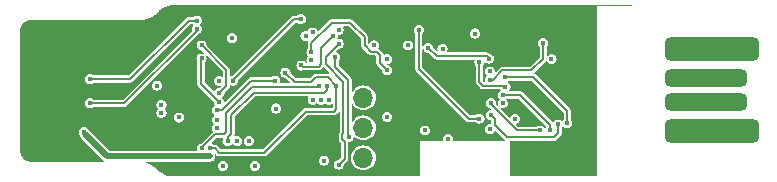
<source format=gbr>
%TF.GenerationSoftware,KiCad,Pcbnew,8.0.4*%
%TF.CreationDate,2024-10-09T21:29:51+02:00*%
%TF.ProjectId,elrs-sim,656c7273-2d73-4696-9d2e-6b696361645f,rev?*%
%TF.SameCoordinates,Original*%
%TF.FileFunction,Copper,L2,Inr*%
%TF.FilePolarity,Positive*%
%FSLAX46Y46*%
G04 Gerber Fmt 4.6, Leading zero omitted, Abs format (unit mm)*
G04 Created by KiCad (PCBNEW 8.0.4) date 2024-10-09 21:29:51*
%MOMM*%
%LPD*%
G01*
G04 APERTURE LIST*
G04 Aperture macros list*
%AMRoundRect*
0 Rectangle with rounded corners*
0 $1 Rounding radius*
0 $2 $3 $4 $5 $6 $7 $8 $9 X,Y pos of 4 corners*
0 Add a 4 corners polygon primitive as box body*
4,1,4,$2,$3,$4,$5,$6,$7,$8,$9,$2,$3,0*
0 Add four circle primitives for the rounded corners*
1,1,$1+$1,$2,$3*
1,1,$1+$1,$4,$5*
1,1,$1+$1,$6,$7*
1,1,$1+$1,$8,$9*
0 Add four rect primitives between the rounded corners*
20,1,$1+$1,$2,$3,$4,$5,0*
20,1,$1+$1,$4,$5,$6,$7,0*
20,1,$1+$1,$6,$7,$8,$9,0*
20,1,$1+$1,$8,$9,$2,$3,0*%
G04 Aperture macros list end*
%TA.AperFunction,ComponentPad*%
%ADD10R,1.700000X1.700000*%
%TD*%
%TA.AperFunction,ComponentPad*%
%ADD11O,1.700000X1.700000*%
%TD*%
%TA.AperFunction,ComponentPad*%
%ADD12RoundRect,0.500000X-3.500000X0.500000X-3.500000X-0.500000X3.500000X-0.500000X3.500000X0.500000X0*%
%TD*%
%TA.AperFunction,ComponentPad*%
%ADD13RoundRect,0.500000X-3.000000X0.250000X-3.000000X-0.250000X3.000000X-0.250000X3.000000X0.250000X0*%
%TD*%
%TA.AperFunction,ViaPad*%
%ADD14C,0.450000*%
%TD*%
%TA.AperFunction,Conductor*%
%ADD15C,0.200000*%
%TD*%
%TA.AperFunction,Conductor*%
%ADD16C,0.500000*%
%TD*%
G04 APERTURE END LIST*
D10*
%TO.N,GND*%
%TO.C,J2*%
X139500000Y-106900000D03*
D11*
%TO.N,USB_VBUS*%
X139500000Y-109440000D03*
%TO.N,Net-(J2-Pin_3)*%
X139500000Y-111980000D03*
%TO.N,Net-(J2-Pin_4)*%
X139500000Y-114520000D03*
%TD*%
D12*
%TO.N,unconnected-(J3-Pin_1-Pad1)*%
%TO.C,J3*%
X169000000Y-105325000D03*
D13*
%TO.N,unconnected-(J3-Pin_2-Pad2)*%
X168500000Y-107775000D03*
%TO.N,unconnected-(J3-Pin_3-Pad3)*%
X168500000Y-109825000D03*
D12*
%TO.N,unconnected-(J3-Pin_4-Pad4)*%
X169000000Y-112275000D03*
%TD*%
D14*
%TO.N,GND*%
X146825000Y-108625000D03*
X129700000Y-110500000D03*
X128500000Y-106100000D03*
X149905000Y-105025000D03*
X133700000Y-107300000D03*
X134600000Y-112100000D03*
X154325000Y-109325000D03*
X147605000Y-112900000D03*
X128000000Y-103700000D03*
%TO.N,+3.3V*%
X127600000Y-115200000D03*
X134600000Y-104200000D03*
X132100000Y-110350000D03*
X130300000Y-115200000D03*
X128400000Y-104400000D03*
X140400000Y-105000000D03*
X136150000Y-114750000D03*
X122400000Y-110700000D03*
%TO.N,IRS*%
X155425000Y-106180000D03*
X152325000Y-111225000D03*
%TO.N,BUSY*%
X150150000Y-106125000D03*
X145000000Y-105200000D03*
%TO.N,NRST*%
X150200000Y-107900000D03*
X154725000Y-104825000D03*
%TO.N,ESP_SCK*%
X156000020Y-111695003D03*
X150300000Y-110900000D03*
%TO.N,ESP_MOSI*%
X155300000Y-112200000D03*
X151300000Y-109200000D03*
%TO.N,ESP_MISO*%
X154463739Y-112200000D03*
X150300000Y-109900000D03*
%TO.N,DIO_1*%
X149325000Y-106425000D03*
X151525000Y-108525000D03*
%TO.N,+3.3V_SW*%
X134250000Y-106700000D03*
X144700000Y-112200000D03*
X150200000Y-112100000D03*
X148950000Y-104000000D03*
X136900000Y-104200000D03*
X146650000Y-112900000D03*
X143300000Y-105000000D03*
X151300000Y-109900000D03*
X141500000Y-111050000D03*
%TO.N,NSS*%
X156750000Y-111600000D03*
X151500000Y-107700000D03*
%TO.N,ESP_LED*%
X144200000Y-103700000D03*
X149325000Y-111200000D03*
%TO.N,ESP_BOOT*%
X146200000Y-105300000D03*
X150200000Y-107200000D03*
%TO.N,USB_DN*%
X125400000Y-103600000D03*
X116350000Y-109900000D03*
%TO.N,USB_DP*%
X116350000Y-107850000D03*
X125400000Y-102900000D03*
%TO.N,USB_VBUS*%
X115850000Y-112350000D03*
X126500000Y-114400000D03*
%TO.N,RP2040_RX*%
X135100000Y-106275000D03*
X129800000Y-113100000D03*
%TO.N,RP2040_TX*%
X137400000Y-103675000D03*
X128800000Y-113100000D03*
%TO.N,Net-(U1-VREG_VOUT)*%
X127113766Y-110503261D03*
X127300000Y-108000000D03*
X122400000Y-110049997D03*
X132050000Y-107975000D03*
X122000000Y-108400000D03*
%TO.N,RP2040_LED*%
X128450000Y-108000000D03*
X134200000Y-102775000D03*
%TO.N,QSPI_SS*%
X126500000Y-113700000D03*
X137200000Y-108400000D03*
X132900000Y-107300000D03*
%TO.N,QSPI_SD2*%
X125850479Y-113725000D03*
X135700000Y-108400000D03*
%TO.N,QSPI_SD3*%
X127100000Y-111300000D03*
X136600000Y-109600000D03*
%TO.N,QSPI_SD1*%
X128000000Y-113100000D03*
X136400000Y-108400000D03*
%TO.N,QSPI_SD0*%
X135200000Y-109600000D03*
X127100000Y-112000000D03*
%TO.N,QSPI_SCLK*%
X135900000Y-109600000D03*
X123901332Y-111104528D03*
%TO.N,RP2040_RX_NO*%
X135100000Y-105600000D03*
X141500000Y-107100000D03*
%TO.N,RP2040_TX_NC*%
X137400000Y-115100000D03*
X137400000Y-104850000D03*
%TO.N,Net-(U1-USB_DP)*%
X125799540Y-106098306D03*
X127300000Y-109800000D03*
%TO.N,Net-(U1-USB_DM)*%
X125800000Y-105000000D03*
X127310356Y-109010356D03*
%TO.N,RP2040_TX_NO*%
X141500000Y-106150000D03*
X135200000Y-103900000D03*
%TO.N,RP2040_RX_NC*%
X137100000Y-106000000D03*
X138250000Y-112750000D03*
%TD*%
D15*
%TO.N,BUSY*%
X149925000Y-105900000D02*
X145700000Y-105900000D01*
X145700000Y-105900000D02*
X145000000Y-105200000D01*
X150150000Y-106125000D02*
X149925000Y-105900000D01*
%TO.N,NRST*%
X153725000Y-107125000D02*
X154725000Y-106125000D01*
X150200000Y-107900000D02*
X150500000Y-107900000D01*
X150500000Y-107900000D02*
X151275000Y-107125000D01*
X154725000Y-106125000D02*
X154725000Y-104825000D01*
X151275000Y-107125000D02*
X153725000Y-107125000D01*
%TO.N,ESP_SCK*%
X150600000Y-111700000D02*
X151700000Y-112800000D01*
X150600000Y-111200000D02*
X150600000Y-111700000D01*
X150300000Y-110900000D02*
X150600000Y-111200000D01*
X155600000Y-112800000D02*
X156000020Y-112399980D01*
X151700000Y-112800000D02*
X155600000Y-112800000D01*
X156000020Y-112399980D02*
X156000020Y-111695003D01*
%TO.N,ESP_MOSI*%
X155300000Y-111700000D02*
X155300000Y-112200000D01*
X152800000Y-109200000D02*
X155300000Y-111700000D01*
X151300000Y-109200000D02*
X152800000Y-109200000D01*
%TO.N,ESP_MISO*%
X152500000Y-112200000D02*
X154463739Y-112200000D01*
X150300000Y-110000000D02*
X152500000Y-112200000D01*
X150300000Y-109900000D02*
X150300000Y-110000000D01*
%TO.N,DIO_1*%
X149325000Y-108125000D02*
X149625000Y-108425000D01*
X149325000Y-106425000D02*
X149325000Y-108125000D01*
X149625000Y-108425000D02*
X151425000Y-108425000D01*
X151425000Y-108425000D02*
X151525000Y-108525000D01*
%TO.N,+3.3V_SW*%
X134350000Y-106800000D02*
X135700000Y-106800000D01*
X135900000Y-106600000D02*
X135900000Y-105200000D01*
X135700000Y-106800000D02*
X135900000Y-106600000D01*
X134250000Y-106700000D02*
X134350000Y-106800000D01*
X135900000Y-105200000D02*
X136900000Y-104200000D01*
%TO.N,NSS*%
X153900000Y-107700000D02*
X156750000Y-110550000D01*
X156750000Y-110550000D02*
X156750000Y-111600000D01*
X151500000Y-107700000D02*
X153900000Y-107700000D01*
%TO.N,ESP_LED*%
X144200000Y-107000000D02*
X144200000Y-103700000D01*
X149325000Y-111200000D02*
X148400000Y-111200000D01*
X148400000Y-111200000D02*
X144200000Y-107000000D01*
%TO.N,USB_DN*%
X119250000Y-109900000D02*
X116350000Y-109900000D01*
X125400000Y-103750000D02*
X119250000Y-109900000D01*
X125400000Y-103600000D02*
X125400000Y-103750000D01*
%TO.N,USB_DP*%
X116350000Y-107850000D02*
X119750000Y-107850000D01*
X124700000Y-102900000D02*
X125400000Y-102900000D01*
X119750000Y-107850000D02*
X124700000Y-102900000D01*
D16*
%TO.N,USB_VBUS*%
X126500000Y-114400000D02*
X117825000Y-114400000D01*
X117825000Y-114400000D02*
X115950000Y-112525000D01*
D15*
%TO.N,Net-(U1-VREG_VOUT)*%
X127496739Y-110503261D02*
X130025000Y-107975000D01*
X130025000Y-107975000D02*
X132050000Y-107975000D01*
X127113766Y-110503261D02*
X127496739Y-110503261D01*
%TO.N,RP2040_LED*%
X133625000Y-102775000D02*
X128450000Y-107950000D01*
X134200000Y-102775000D02*
X133625000Y-102775000D01*
X128450000Y-107950000D02*
X128450000Y-108000000D01*
%TO.N,QSPI_SS*%
X133700000Y-108100000D02*
X132900000Y-107300000D01*
X135100000Y-108100000D02*
X133700000Y-108100000D01*
X134607537Y-110600000D02*
X131107537Y-114100000D01*
X137200000Y-108400000D02*
X136500000Y-107700000D01*
X136500000Y-107700000D02*
X135500000Y-107700000D01*
X135500000Y-107700000D02*
X135100000Y-108100000D01*
X137000000Y-110600000D02*
X134607537Y-110600000D01*
X126900000Y-113700000D02*
X126500000Y-113700000D01*
X137200000Y-110400000D02*
X137000000Y-110600000D01*
X131107537Y-114100000D02*
X127300000Y-114100000D01*
X127300000Y-114100000D02*
X126900000Y-113700000D01*
X137200000Y-108400000D02*
X137200000Y-110400000D01*
%TO.N,QSPI_SD2*%
X127900000Y-110700000D02*
X127900000Y-112300000D01*
X125850479Y-113607058D02*
X125850479Y-113725000D01*
X135600000Y-108500000D02*
X130100000Y-108500000D01*
X130100000Y-108500000D02*
X127900000Y-110700000D01*
X126932537Y-112525000D02*
X125850479Y-113607058D01*
X135700000Y-108400000D02*
X135600000Y-108500000D01*
X127900000Y-112300000D02*
X127675000Y-112525000D01*
X127675000Y-112525000D02*
X126932537Y-112525000D01*
%TO.N,QSPI_SD1*%
X136400000Y-108800000D02*
X136400000Y-108400000D01*
X128300000Y-112500000D02*
X128300000Y-110900000D01*
X128000000Y-113100000D02*
X128000000Y-112800000D01*
X128300000Y-110900000D02*
X130200000Y-109000000D01*
X128000000Y-112800000D02*
X128300000Y-112500000D01*
X130200000Y-109000000D02*
X136200000Y-109000000D01*
X136200000Y-109000000D02*
X136400000Y-108800000D01*
%TO.N,RP2040_RX_NO*%
X135100000Y-105600000D02*
X135100000Y-104800000D01*
X140125000Y-105525000D02*
X140625000Y-105525000D01*
X140625000Y-105525000D02*
X140900000Y-105800000D01*
X138400000Y-103100000D02*
X139600000Y-104300000D01*
X139600000Y-105000000D02*
X140125000Y-105525000D01*
X135100000Y-104800000D02*
X136800000Y-103100000D01*
X140900000Y-106500000D02*
X141500000Y-107100000D01*
X139600000Y-104300000D02*
X139600000Y-105000000D01*
X136800000Y-103100000D02*
X138400000Y-103100000D01*
X140900000Y-105800000D02*
X140900000Y-106500000D01*
%TO.N,RP2040_TX_NC*%
X137725000Y-112532537D02*
X137800000Y-112457537D01*
X137725000Y-112967463D02*
X137725000Y-112532537D01*
X137800000Y-112457537D02*
X137800000Y-108100000D01*
X136300000Y-105950000D02*
X137400000Y-104850000D01*
X137400000Y-115100000D02*
X137900000Y-114600000D01*
X137800000Y-108100000D02*
X136300000Y-106600000D01*
X137900000Y-113142463D02*
X137725000Y-112967463D01*
X136300000Y-106600000D02*
X136300000Y-105950000D01*
X137900000Y-114600000D02*
X137900000Y-113142463D01*
%TO.N,Net-(U1-USB_DP)*%
X125799540Y-106098306D02*
X125750000Y-106147846D01*
X125750000Y-108250000D02*
X127300000Y-109800000D01*
X125750000Y-106147846D02*
X125750000Y-108250000D01*
%TO.N,Net-(U1-USB_DM)*%
X127900000Y-107100000D02*
X127900000Y-108420712D01*
X125800000Y-105000000D02*
X127900000Y-107100000D01*
X127900000Y-108420712D02*
X127310356Y-109010356D01*
%TO.N,RP2040_RX_NC*%
X137100000Y-106000000D02*
X137100000Y-106800000D01*
X137100000Y-106800000D02*
X138200000Y-107900000D01*
X138200000Y-112700000D02*
X138250000Y-112750000D01*
X138200000Y-107900000D02*
X138200000Y-112700000D01*
%TD*%
%TA.AperFunction,Conductor*%
%TO.N,GND*%
G36*
X162095685Y-101600003D02*
G01*
X162098051Y-101600028D01*
X162202452Y-101601165D01*
X162206681Y-101601396D01*
X162215212Y-101602236D01*
X162248284Y-101619918D01*
X162259168Y-101655808D01*
X162241486Y-101688880D01*
X162210404Y-101700000D01*
X159300000Y-101700000D01*
X159300000Y-116051000D01*
X159285648Y-116085648D01*
X159251000Y-116100000D01*
X151949000Y-116100000D01*
X151914352Y-116085648D01*
X151900000Y-116051000D01*
X151900000Y-113149500D01*
X151914352Y-113114852D01*
X151949000Y-113100500D01*
X155639564Y-113100500D01*
X155666230Y-113093354D01*
X155715989Y-113080021D01*
X155784511Y-113040460D01*
X155840460Y-112984511D01*
X156240480Y-112584491D01*
X156280042Y-112515968D01*
X156300519Y-112439545D01*
X156300520Y-112439545D01*
X156300520Y-112016547D01*
X156314872Y-111981899D01*
X156329900Y-111966871D01*
X156348548Y-111948223D01*
X156367861Y-111910317D01*
X156396377Y-111885962D01*
X156433765Y-111888904D01*
X156446168Y-111897916D01*
X156496779Y-111948527D01*
X156496786Y-111948532D01*
X156558545Y-111979999D01*
X156616874Y-112009719D01*
X156750000Y-112030804D01*
X156883126Y-112009719D01*
X156967220Y-111966871D01*
X157003213Y-111948532D01*
X157003215Y-111948530D01*
X157003220Y-111948528D01*
X157098528Y-111853220D01*
X157099422Y-111851467D01*
X157120489Y-111810119D01*
X157159719Y-111733126D01*
X157180804Y-111600000D01*
X157159719Y-111466874D01*
X157124895Y-111398528D01*
X157098532Y-111346786D01*
X157098527Y-111346779D01*
X157064852Y-111313104D01*
X157050500Y-111278456D01*
X157050500Y-110510436D01*
X157036909Y-110459717D01*
X157036909Y-110459714D01*
X157033997Y-110448851D01*
X157030022Y-110434012D01*
X156990460Y-110365489D01*
X154084511Y-107459540D01*
X154073566Y-107453221D01*
X154015990Y-107419979D01*
X153970992Y-107407921D01*
X153941239Y-107385090D01*
X153936345Y-107347908D01*
X153949026Y-107325944D01*
X153965460Y-107309511D01*
X154949555Y-106325415D01*
X154984202Y-106311064D01*
X155018850Y-106325416D01*
X155027861Y-106337818D01*
X155076468Y-106433215D01*
X155076472Y-106433220D01*
X155171779Y-106528527D01*
X155171786Y-106528532D01*
X155239574Y-106563071D01*
X155291874Y-106589719D01*
X155425000Y-106610804D01*
X155558126Y-106589719D01*
X155656565Y-106539562D01*
X155678213Y-106528532D01*
X155678215Y-106528530D01*
X155678220Y-106528528D01*
X155773528Y-106433220D01*
X155776059Y-106428254D01*
X155815153Y-106351526D01*
X155834719Y-106313126D01*
X155855804Y-106180000D01*
X155834719Y-106046874D01*
X155811105Y-106000529D01*
X155773532Y-105926786D01*
X155773527Y-105926779D01*
X155678220Y-105831472D01*
X155678213Y-105831467D01*
X155558128Y-105770282D01*
X155558127Y-105770281D01*
X155558126Y-105770281D01*
X155425000Y-105749196D01*
X155291874Y-105770281D01*
X155291872Y-105770281D01*
X155291871Y-105770282D01*
X155171786Y-105831467D01*
X155171779Y-105831472D01*
X155109148Y-105894104D01*
X155074500Y-105908456D01*
X155039852Y-105894104D01*
X155025500Y-105859456D01*
X155025500Y-105146544D01*
X155039852Y-105111896D01*
X155048535Y-105103213D01*
X155073528Y-105078220D01*
X155089548Y-105046780D01*
X155105491Y-105015489D01*
X155134719Y-104958126D01*
X155155804Y-104825000D01*
X155134719Y-104691874D01*
X155113362Y-104649958D01*
X155073532Y-104571786D01*
X155073527Y-104571779D01*
X154978220Y-104476472D01*
X154978213Y-104476467D01*
X154858128Y-104415282D01*
X154858127Y-104415281D01*
X154858126Y-104415281D01*
X154725000Y-104394196D01*
X154591874Y-104415281D01*
X154591872Y-104415281D01*
X154591871Y-104415282D01*
X154471786Y-104476467D01*
X154471779Y-104476472D01*
X154376472Y-104571779D01*
X154376467Y-104571786D01*
X154315282Y-104691871D01*
X154315281Y-104691872D01*
X154315281Y-104691874D01*
X154294196Y-104825000D01*
X154315281Y-104958126D01*
X154315281Y-104958127D01*
X154315282Y-104958128D01*
X154376467Y-105078213D01*
X154376472Y-105078220D01*
X154410148Y-105111896D01*
X154424500Y-105146544D01*
X154424500Y-105980233D01*
X154410148Y-106014881D01*
X153614881Y-106810148D01*
X153580233Y-106824500D01*
X151235435Y-106824500D01*
X151159013Y-106844977D01*
X151159010Y-106844978D01*
X151090488Y-106884540D01*
X150710298Y-107264730D01*
X150675650Y-107279082D01*
X150641002Y-107264730D01*
X150626650Y-107230082D01*
X150627252Y-107222424D01*
X150630804Y-107200000D01*
X150609719Y-107066874D01*
X150567753Y-106984511D01*
X150548532Y-106946786D01*
X150548527Y-106946779D01*
X150453220Y-106851472D01*
X150453213Y-106851467D01*
X150333128Y-106790282D01*
X150333127Y-106790281D01*
X150333126Y-106790281D01*
X150200000Y-106769196D01*
X150066874Y-106790281D01*
X150066872Y-106790281D01*
X150066871Y-106790282D01*
X149946786Y-106851467D01*
X149946779Y-106851472D01*
X149851472Y-106946779D01*
X149851467Y-106946786D01*
X149790282Y-107066871D01*
X149790281Y-107066872D01*
X149790281Y-107066874D01*
X149769196Y-107200000D01*
X149790281Y-107333126D01*
X149790281Y-107333127D01*
X149790282Y-107333128D01*
X149851467Y-107453213D01*
X149851473Y-107453221D01*
X149913603Y-107515352D01*
X149927955Y-107550000D01*
X149913603Y-107584648D01*
X149851473Y-107646778D01*
X149851467Y-107646786D01*
X149790282Y-107766871D01*
X149790281Y-107766872D01*
X149790281Y-107766874D01*
X149769196Y-107900000D01*
X149790281Y-108033126D01*
X149790281Y-108033127D01*
X149790282Y-108033129D01*
X149790833Y-108034825D01*
X149790739Y-108036014D01*
X149790885Y-108036935D01*
X149790663Y-108036970D01*
X149787887Y-108072213D01*
X149759368Y-108096566D01*
X149721980Y-108093620D01*
X149709582Y-108084611D01*
X149639852Y-108014881D01*
X149625500Y-107980233D01*
X149625500Y-106746544D01*
X149639852Y-106711896D01*
X149651748Y-106700000D01*
X149673528Y-106678220D01*
X149674900Y-106675529D01*
X149693226Y-106639561D01*
X149734719Y-106558126D01*
X149753400Y-106440175D01*
X149772996Y-106408199D01*
X149809462Y-106399444D01*
X149836445Y-106413193D01*
X149896779Y-106473527D01*
X149896786Y-106473532D01*
X149976842Y-106514322D01*
X150016874Y-106534719D01*
X150150000Y-106555804D01*
X150283126Y-106534719D01*
X150366420Y-106492278D01*
X150403213Y-106473532D01*
X150403215Y-106473530D01*
X150403220Y-106473528D01*
X150498528Y-106378220D01*
X150559719Y-106258126D01*
X150580804Y-106125000D01*
X150559719Y-105991874D01*
X150532014Y-105937500D01*
X150498532Y-105871786D01*
X150498527Y-105871779D01*
X150403220Y-105776472D01*
X150403213Y-105776467D01*
X150283129Y-105715282D01*
X150283127Y-105715281D01*
X150283126Y-105715281D01*
X150220083Y-105705296D01*
X150158792Y-105695588D01*
X150131810Y-105681839D01*
X150109511Y-105659540D01*
X150040990Y-105619979D01*
X149964564Y-105599500D01*
X149964562Y-105599500D01*
X146604908Y-105599500D01*
X146570260Y-105585148D01*
X146555908Y-105550500D01*
X146561249Y-105528255D01*
X146583486Y-105484611D01*
X146609719Y-105433126D01*
X146630804Y-105300000D01*
X146609719Y-105166874D01*
X146577282Y-105103213D01*
X146548532Y-105046786D01*
X146548527Y-105046779D01*
X146453220Y-104951472D01*
X146453213Y-104951467D01*
X146333128Y-104890282D01*
X146333127Y-104890281D01*
X146333126Y-104890281D01*
X146200000Y-104869196D01*
X146066874Y-104890281D01*
X146066872Y-104890281D01*
X146066871Y-104890282D01*
X145946786Y-104951467D01*
X145946779Y-104951472D01*
X145851472Y-105046779D01*
X145851467Y-105046786D01*
X145790282Y-105166871D01*
X145790281Y-105166872D01*
X145790281Y-105166874D01*
X145769196Y-105300000D01*
X145790281Y-105433126D01*
X145790281Y-105433127D01*
X145790282Y-105433129D01*
X145790833Y-105434825D01*
X145790739Y-105436014D01*
X145790885Y-105436935D01*
X145790663Y-105436970D01*
X145787887Y-105472213D01*
X145759368Y-105496566D01*
X145721980Y-105493620D01*
X145709582Y-105484611D01*
X145443159Y-105218188D01*
X145429411Y-105191207D01*
X145409719Y-105066874D01*
X145383537Y-105015488D01*
X145348532Y-104946786D01*
X145348527Y-104946779D01*
X145253220Y-104851472D01*
X145253213Y-104851467D01*
X145133128Y-104790282D01*
X145133127Y-104790281D01*
X145133126Y-104790281D01*
X145000000Y-104769196D01*
X144866874Y-104790281D01*
X144866872Y-104790281D01*
X144866871Y-104790282D01*
X144746786Y-104851467D01*
X144746779Y-104851472D01*
X144651472Y-104946779D01*
X144651467Y-104946786D01*
X144593159Y-105061224D01*
X144564642Y-105085581D01*
X144527255Y-105082638D01*
X144502898Y-105054121D01*
X144500500Y-105038979D01*
X144500500Y-104021544D01*
X144509424Y-104000000D01*
X148519196Y-104000000D01*
X148540281Y-104133126D01*
X148540281Y-104133127D01*
X148540282Y-104133128D01*
X148601467Y-104253213D01*
X148601472Y-104253220D01*
X148696779Y-104348527D01*
X148696786Y-104348532D01*
X148771363Y-104386530D01*
X148816874Y-104409719D01*
X148950000Y-104430804D01*
X149083126Y-104409719D01*
X149166420Y-104367278D01*
X149203213Y-104348532D01*
X149203215Y-104348530D01*
X149203220Y-104348528D01*
X149298528Y-104253220D01*
X149359719Y-104133126D01*
X149380804Y-104000000D01*
X149359719Y-103866874D01*
X149339322Y-103826842D01*
X149298532Y-103746786D01*
X149298527Y-103746779D01*
X149203220Y-103651472D01*
X149203213Y-103651467D01*
X149083128Y-103590282D01*
X149083127Y-103590281D01*
X149083126Y-103590281D01*
X148950000Y-103569196D01*
X148816874Y-103590281D01*
X148816872Y-103590281D01*
X148816871Y-103590282D01*
X148696786Y-103651467D01*
X148696779Y-103651472D01*
X148601472Y-103746779D01*
X148601467Y-103746786D01*
X148540282Y-103866871D01*
X148540281Y-103866872D01*
X148540281Y-103866874D01*
X148519196Y-104000000D01*
X144509424Y-104000000D01*
X144514852Y-103986896D01*
X144528928Y-103972820D01*
X144548528Y-103953220D01*
X144550919Y-103948529D01*
X144576249Y-103898815D01*
X144609719Y-103833126D01*
X144630804Y-103700000D01*
X144609719Y-103566874D01*
X144589322Y-103526842D01*
X144548532Y-103446786D01*
X144548527Y-103446779D01*
X144453220Y-103351472D01*
X144453213Y-103351467D01*
X144333128Y-103290282D01*
X144333127Y-103290281D01*
X144333126Y-103290281D01*
X144200000Y-103269196D01*
X144066874Y-103290281D01*
X144066872Y-103290281D01*
X144066871Y-103290282D01*
X143946786Y-103351467D01*
X143946779Y-103351472D01*
X143851472Y-103446779D01*
X143851467Y-103446786D01*
X143790282Y-103566871D01*
X143790281Y-103566872D01*
X143790281Y-103566874D01*
X143769196Y-103700000D01*
X143790281Y-103833126D01*
X143790281Y-103833127D01*
X143790282Y-103833128D01*
X143851467Y-103953213D01*
X143851472Y-103953220D01*
X143885148Y-103986896D01*
X143899500Y-104021544D01*
X143899500Y-107039563D01*
X143918298Y-107109717D01*
X143919979Y-107115989D01*
X143949355Y-107166871D01*
X143949357Y-107166874D01*
X143959536Y-107184505D01*
X143959538Y-107184507D01*
X143959540Y-107184511D01*
X148159540Y-111384511D01*
X148215489Y-111440460D01*
X148248847Y-111459719D01*
X148280891Y-111478220D01*
X148284011Y-111480021D01*
X148319478Y-111489524D01*
X148360436Y-111500500D01*
X148360438Y-111500500D01*
X148439562Y-111500500D01*
X149003456Y-111500500D01*
X149038104Y-111514852D01*
X149071779Y-111548527D01*
X149071786Y-111548532D01*
X149141419Y-111584011D01*
X149191874Y-111609719D01*
X149325000Y-111630804D01*
X149458126Y-111609719D01*
X149565061Y-111555233D01*
X149578213Y-111548532D01*
X149578215Y-111548530D01*
X149578220Y-111548528D01*
X149673528Y-111453220D01*
X149673613Y-111453055D01*
X149701395Y-111398527D01*
X149734719Y-111333126D01*
X149755804Y-111200000D01*
X149734719Y-111066874D01*
X149703075Y-111004769D01*
X149673532Y-110946786D01*
X149673527Y-110946779D01*
X149578220Y-110851472D01*
X149578213Y-110851467D01*
X149458128Y-110790282D01*
X149458127Y-110790281D01*
X149458126Y-110790281D01*
X149325000Y-110769196D01*
X149191874Y-110790281D01*
X149191872Y-110790281D01*
X149191871Y-110790282D01*
X149071786Y-110851467D01*
X149071779Y-110851472D01*
X149038104Y-110885148D01*
X149003456Y-110899500D01*
X148544767Y-110899500D01*
X148510119Y-110885148D01*
X144514852Y-106889881D01*
X144500500Y-106855233D01*
X144500500Y-105361020D01*
X144514852Y-105326372D01*
X144549500Y-105312020D01*
X144584148Y-105326372D01*
X144593159Y-105338775D01*
X144651467Y-105453213D01*
X144651472Y-105453220D01*
X144746779Y-105548527D01*
X144746786Y-105548532D01*
X144818417Y-105585029D01*
X144866874Y-105609719D01*
X144991207Y-105629411D01*
X145018188Y-105643159D01*
X145459540Y-106084511D01*
X145515489Y-106140460D01*
X145529635Y-106148627D01*
X145583974Y-106180000D01*
X145584011Y-106180021D01*
X145619478Y-106189524D01*
X145660436Y-106200500D01*
X145660438Y-106200500D01*
X145739562Y-106200500D01*
X148881878Y-106200500D01*
X148916526Y-106214852D01*
X148930878Y-106249500D01*
X148925537Y-106271746D01*
X148915281Y-106291872D01*
X148905834Y-106351519D01*
X148894196Y-106425000D01*
X148915281Y-106558126D01*
X148915281Y-106558127D01*
X148915282Y-106558128D01*
X148976467Y-106678213D01*
X148976472Y-106678220D01*
X149010148Y-106711896D01*
X149024500Y-106746544D01*
X149024500Y-108164563D01*
X149044979Y-108240989D01*
X149044979Y-108240991D01*
X149073470Y-108290338D01*
X149073471Y-108290339D01*
X149084540Y-108309511D01*
X149384540Y-108609511D01*
X149440489Y-108665460D01*
X149509011Y-108705021D01*
X149544478Y-108714524D01*
X149585436Y-108725500D01*
X149585438Y-108725500D01*
X151089913Y-108725500D01*
X151124561Y-108739852D01*
X151138913Y-108774500D01*
X151124561Y-108809148D01*
X151112159Y-108818159D01*
X151046784Y-108851468D01*
X151046779Y-108851472D01*
X150951472Y-108946779D01*
X150951467Y-108946786D01*
X150890282Y-109066871D01*
X150890281Y-109066872D01*
X150890281Y-109066874D01*
X150869196Y-109200000D01*
X150890281Y-109333126D01*
X150890281Y-109333127D01*
X150890282Y-109333128D01*
X150951467Y-109453213D01*
X150951473Y-109453221D01*
X151013603Y-109515352D01*
X151027955Y-109550000D01*
X151013603Y-109584648D01*
X150951473Y-109646778D01*
X150951467Y-109646786D01*
X150890282Y-109766871D01*
X150890281Y-109766872D01*
X150890281Y-109766874D01*
X150869196Y-109900000D01*
X150890281Y-110033126D01*
X150890281Y-110033127D01*
X150890282Y-110033129D01*
X150890833Y-110034825D01*
X150890739Y-110036014D01*
X150890885Y-110036935D01*
X150890663Y-110036970D01*
X150887887Y-110072213D01*
X150859368Y-110096566D01*
X150821980Y-110093620D01*
X150809582Y-110084611D01*
X150733987Y-110009016D01*
X150719635Y-109974368D01*
X150720237Y-109966713D01*
X150730804Y-109900000D01*
X150709719Y-109766874D01*
X150689322Y-109726842D01*
X150648532Y-109646786D01*
X150648527Y-109646779D01*
X150553220Y-109551472D01*
X150553213Y-109551467D01*
X150433128Y-109490282D01*
X150433127Y-109490281D01*
X150433126Y-109490281D01*
X150300000Y-109469196D01*
X150166874Y-109490281D01*
X150166872Y-109490281D01*
X150166871Y-109490282D01*
X150046786Y-109551467D01*
X150046779Y-109551472D01*
X149951472Y-109646779D01*
X149951467Y-109646786D01*
X149890282Y-109766871D01*
X149890281Y-109766872D01*
X149890281Y-109766874D01*
X149869196Y-109900000D01*
X149890281Y-110033126D01*
X149890281Y-110033127D01*
X149890282Y-110033128D01*
X149951467Y-110153213D01*
X149951472Y-110153220D01*
X150046779Y-110248527D01*
X150046786Y-110248532D01*
X150166872Y-110309718D01*
X150166874Y-110309719D01*
X150172382Y-110310591D01*
X150199369Y-110324340D01*
X150270177Y-110395148D01*
X150284529Y-110429796D01*
X150270177Y-110464444D01*
X150243195Y-110478192D01*
X150166874Y-110490281D01*
X150166872Y-110490281D01*
X150166870Y-110490282D01*
X150046786Y-110551467D01*
X150046779Y-110551472D01*
X149951472Y-110646779D01*
X149951467Y-110646786D01*
X149890282Y-110766871D01*
X149890281Y-110766872D01*
X149890281Y-110766874D01*
X149869196Y-110900000D01*
X149890281Y-111033126D01*
X149890281Y-111033127D01*
X149890282Y-111033128D01*
X149951467Y-111153213D01*
X149951472Y-111153220D01*
X150046779Y-111248527D01*
X150046786Y-111248532D01*
X150166873Y-111309719D01*
X150188247Y-111313104D01*
X150258166Y-111324177D01*
X150290141Y-111343772D01*
X150299500Y-111372574D01*
X150299500Y-111627583D01*
X150285148Y-111662231D01*
X150250500Y-111676583D01*
X150242835Y-111675980D01*
X150200000Y-111669196D01*
X150066874Y-111690281D01*
X150066872Y-111690281D01*
X150066871Y-111690282D01*
X149946786Y-111751467D01*
X149946779Y-111751472D01*
X149851472Y-111846779D01*
X149851467Y-111846786D01*
X149790282Y-111966871D01*
X149790281Y-111966872D01*
X149790281Y-111966874D01*
X149769196Y-112100000D01*
X149790281Y-112233126D01*
X149790281Y-112233127D01*
X149790282Y-112233128D01*
X149851467Y-112353213D01*
X149851472Y-112353220D01*
X149946779Y-112448527D01*
X149946786Y-112448532D01*
X150008588Y-112480021D01*
X150066874Y-112509719D01*
X150200000Y-112530804D01*
X150333126Y-112509719D01*
X150416420Y-112467278D01*
X150453213Y-112448532D01*
X150453215Y-112448530D01*
X150453220Y-112448528D01*
X150548528Y-112353220D01*
X150551175Y-112348026D01*
X150611470Y-112229690D01*
X150612944Y-112230441D01*
X150633488Y-112206368D01*
X150670874Y-112203410D01*
X150690399Y-112215370D01*
X151491381Y-113016352D01*
X151505733Y-113051000D01*
X151491381Y-113085648D01*
X151456733Y-113100000D01*
X147105433Y-113100000D01*
X147070785Y-113085648D01*
X147056433Y-113051000D01*
X147058830Y-113035861D01*
X147059716Y-113033131D01*
X147059719Y-113033126D01*
X147080804Y-112900000D01*
X147059719Y-112766874D01*
X147030151Y-112708843D01*
X146998532Y-112646786D01*
X146998527Y-112646779D01*
X146903220Y-112551472D01*
X146903213Y-112551467D01*
X146783128Y-112490282D01*
X146783127Y-112490281D01*
X146783126Y-112490281D01*
X146650000Y-112469196D01*
X146516874Y-112490281D01*
X146516872Y-112490281D01*
X146516871Y-112490282D01*
X146396786Y-112551467D01*
X146396779Y-112551472D01*
X146301472Y-112646779D01*
X146301467Y-112646786D01*
X146240282Y-112766871D01*
X146240281Y-112766872D01*
X146240281Y-112766874D01*
X146227625Y-112846780D01*
X146219196Y-112900000D01*
X146240281Y-113033126D01*
X146241170Y-113035861D01*
X146238225Y-113073249D01*
X146209706Y-113097603D01*
X146194567Y-113100000D01*
X144300000Y-113100000D01*
X144300000Y-116051000D01*
X144285648Y-116085648D01*
X144251000Y-116100000D01*
X123544043Y-116100000D01*
X123543660Y-116099998D01*
X123541486Y-116099980D01*
X123414557Y-116098979D01*
X123411354Y-116098849D01*
X123283964Y-116089490D01*
X123281160Y-116089203D01*
X123219239Y-116081053D01*
X123216074Y-116080531D01*
X122964462Y-116030484D01*
X122958271Y-116028825D01*
X122716887Y-115946890D01*
X122710965Y-115944437D01*
X122482327Y-115831688D01*
X122476780Y-115828485D01*
X122263482Y-115685966D01*
X122260892Y-115684110D01*
X122211330Y-115646082D01*
X122209151Y-115644308D01*
X122112301Y-115560705D01*
X122110221Y-115558802D01*
X122106606Y-115555299D01*
X122104037Y-115552809D01*
X122025001Y-115475001D01*
X122025001Y-115475000D01*
X121945981Y-115397197D01*
X121938779Y-115390214D01*
X121938770Y-115390206D01*
X121839795Y-115304756D01*
X121787883Y-115264923D01*
X121787839Y-115264892D01*
X121690718Y-115200000D01*
X127169196Y-115200000D01*
X127190281Y-115333126D01*
X127190281Y-115333127D01*
X127190282Y-115333128D01*
X127251467Y-115453213D01*
X127251472Y-115453220D01*
X127346779Y-115548527D01*
X127346786Y-115548532D01*
X127399878Y-115575583D01*
X127466874Y-115609719D01*
X127600000Y-115630804D01*
X127733126Y-115609719D01*
X127816420Y-115567278D01*
X127853213Y-115548532D01*
X127853215Y-115548530D01*
X127853220Y-115548528D01*
X127948528Y-115453220D01*
X127950920Y-115448527D01*
X127967278Y-115416420D01*
X128009719Y-115333126D01*
X128030804Y-115200000D01*
X129869196Y-115200000D01*
X129890281Y-115333126D01*
X129890281Y-115333127D01*
X129890282Y-115333128D01*
X129951467Y-115453213D01*
X129951472Y-115453220D01*
X130046779Y-115548527D01*
X130046786Y-115548532D01*
X130099878Y-115575583D01*
X130166874Y-115609719D01*
X130300000Y-115630804D01*
X130433126Y-115609719D01*
X130516420Y-115567278D01*
X130553213Y-115548532D01*
X130553215Y-115548530D01*
X130553220Y-115548528D01*
X130648528Y-115453220D01*
X130650920Y-115448527D01*
X130667278Y-115416420D01*
X130709719Y-115333126D01*
X130730804Y-115200000D01*
X130709719Y-115066874D01*
X130677282Y-115003213D01*
X130648532Y-114946786D01*
X130648527Y-114946779D01*
X130553220Y-114851472D01*
X130553213Y-114851467D01*
X130433128Y-114790282D01*
X130433127Y-114790281D01*
X130433126Y-114790281D01*
X130300000Y-114769196D01*
X130166874Y-114790281D01*
X130166872Y-114790281D01*
X130166871Y-114790282D01*
X130046786Y-114851467D01*
X130046779Y-114851472D01*
X129951472Y-114946779D01*
X129951467Y-114946786D01*
X129890282Y-115066871D01*
X129890281Y-115066872D01*
X129890281Y-115066874D01*
X129869196Y-115200000D01*
X128030804Y-115200000D01*
X128009719Y-115066874D01*
X127977282Y-115003213D01*
X127948532Y-114946786D01*
X127948527Y-114946779D01*
X127853220Y-114851472D01*
X127853213Y-114851467D01*
X127733128Y-114790282D01*
X127733127Y-114790281D01*
X127733126Y-114790281D01*
X127600000Y-114769196D01*
X127466874Y-114790281D01*
X127466872Y-114790281D01*
X127466871Y-114790282D01*
X127346786Y-114851467D01*
X127346779Y-114851472D01*
X127251472Y-114946779D01*
X127251467Y-114946786D01*
X127190282Y-115066871D01*
X127190281Y-115066872D01*
X127190281Y-115066874D01*
X127169196Y-115200000D01*
X121690718Y-115200000D01*
X121571238Y-115120168D01*
X121570636Y-115119751D01*
X121368754Y-115020197D01*
X121362499Y-115013065D01*
X121336161Y-115004125D01*
X121336162Y-115004125D01*
X121164626Y-114945899D01*
X121136431Y-114921173D01*
X121133977Y-114883750D01*
X121158704Y-114855554D01*
X121180377Y-114850500D01*
X126559311Y-114850500D01*
X126632703Y-114830834D01*
X126673886Y-114819799D01*
X126776613Y-114760489D01*
X126787102Y-114750000D01*
X135719196Y-114750000D01*
X135740281Y-114883126D01*
X135740281Y-114883127D01*
X135740282Y-114883128D01*
X135801467Y-115003213D01*
X135801472Y-115003220D01*
X135896779Y-115098527D01*
X135896786Y-115098532D01*
X135976842Y-115139322D01*
X136016874Y-115159719D01*
X136150000Y-115180804D01*
X136283126Y-115159719D01*
X136383074Y-115108793D01*
X136403213Y-115098532D01*
X136403215Y-115098530D01*
X136403220Y-115098528D01*
X136498528Y-115003220D01*
X136559719Y-114883126D01*
X136580804Y-114750000D01*
X136559719Y-114616874D01*
X136537816Y-114573886D01*
X136498532Y-114496786D01*
X136498527Y-114496779D01*
X136403220Y-114401472D01*
X136403213Y-114401467D01*
X136283128Y-114340282D01*
X136283127Y-114340281D01*
X136283126Y-114340281D01*
X136150000Y-114319196D01*
X136016874Y-114340281D01*
X136016872Y-114340281D01*
X136016871Y-114340282D01*
X135896786Y-114401467D01*
X135896779Y-114401472D01*
X135801472Y-114496779D01*
X135801467Y-114496786D01*
X135740282Y-114616871D01*
X135740281Y-114616872D01*
X135740281Y-114616874D01*
X135719196Y-114750000D01*
X126787102Y-114750000D01*
X126860489Y-114676613D01*
X126919799Y-114573886D01*
X126940460Y-114496779D01*
X126950500Y-114459311D01*
X126950500Y-114340689D01*
X126937355Y-114291635D01*
X126942249Y-114254453D01*
X126972002Y-114231622D01*
X127009184Y-114236516D01*
X127019333Y-114244304D01*
X127059540Y-114284511D01*
X127115489Y-114340460D01*
X127184011Y-114380021D01*
X127219478Y-114389524D01*
X127260436Y-114400500D01*
X127260438Y-114400500D01*
X131147101Y-114400500D01*
X131173767Y-114393354D01*
X131223526Y-114380021D01*
X131292048Y-114340460D01*
X131347997Y-114284511D01*
X134717656Y-110914852D01*
X134752304Y-110900500D01*
X137039564Y-110900500D01*
X137066230Y-110893354D01*
X137115989Y-110880021D01*
X137184511Y-110840460D01*
X137240460Y-110784511D01*
X137415852Y-110609119D01*
X137450500Y-110594767D01*
X137485148Y-110609119D01*
X137499500Y-110643767D01*
X137499500Y-112312770D01*
X137486083Y-112345160D01*
X137486496Y-112345477D01*
X137485313Y-112347017D01*
X137485148Y-112347418D01*
X137484541Y-112348025D01*
X137484540Y-112348025D01*
X137444979Y-112416545D01*
X137444979Y-112416547D01*
X137424500Y-112492973D01*
X137424500Y-113007026D01*
X137444059Y-113080021D01*
X137444979Y-113083452D01*
X137454533Y-113100000D01*
X137484540Y-113151974D01*
X137585148Y-113252582D01*
X137599500Y-113287230D01*
X137599500Y-114455232D01*
X137585148Y-114489880D01*
X137418187Y-114656840D01*
X137391205Y-114670588D01*
X137266874Y-114690281D01*
X137266872Y-114690281D01*
X137266870Y-114690282D01*
X137146786Y-114751467D01*
X137146779Y-114751472D01*
X137051472Y-114846779D01*
X137051467Y-114846786D01*
X136990282Y-114966871D01*
X136990281Y-114966872D01*
X136990281Y-114966874D01*
X136969196Y-115100000D01*
X136990281Y-115233126D01*
X136990281Y-115233127D01*
X136990282Y-115233128D01*
X137051467Y-115353213D01*
X137051472Y-115353220D01*
X137146779Y-115448527D01*
X137146786Y-115448532D01*
X137226842Y-115489322D01*
X137266874Y-115509719D01*
X137400000Y-115530804D01*
X137533126Y-115509719D01*
X137616420Y-115467278D01*
X137653213Y-115448532D01*
X137653215Y-115448530D01*
X137653220Y-115448528D01*
X137748528Y-115353220D01*
X137758766Y-115333128D01*
X137773222Y-115304756D01*
X137809719Y-115233126D01*
X137829411Y-115108789D01*
X137843157Y-115081812D01*
X138140460Y-114784511D01*
X138180022Y-114715988D01*
X138200499Y-114639565D01*
X138200500Y-114639565D01*
X138200500Y-114519999D01*
X138444417Y-114519999D01*
X138444417Y-114520000D01*
X138464700Y-114725934D01*
X138464700Y-114725935D01*
X138485532Y-114794610D01*
X138524768Y-114923954D01*
X138622315Y-115106450D01*
X138753590Y-115266410D01*
X138913550Y-115397685D01*
X139096046Y-115495232D01*
X139294066Y-115555300D01*
X139500000Y-115575583D01*
X139705934Y-115555300D01*
X139903954Y-115495232D01*
X140086450Y-115397685D01*
X140246410Y-115266410D01*
X140377685Y-115106450D01*
X140475232Y-114923954D01*
X140535300Y-114725934D01*
X140555583Y-114520000D01*
X140535300Y-114314066D01*
X140475232Y-114116046D01*
X140377685Y-113933550D01*
X140246410Y-113773590D01*
X140086450Y-113642315D01*
X139903954Y-113544768D01*
X139705934Y-113484700D01*
X139500000Y-113464417D01*
X139294065Y-113484700D01*
X139294064Y-113484700D01*
X139096043Y-113544769D01*
X138913548Y-113642316D01*
X138753590Y-113773590D01*
X138622316Y-113933548D01*
X138524769Y-114116043D01*
X138464700Y-114314064D01*
X138464700Y-114314065D01*
X138444417Y-114519999D01*
X138200500Y-114519999D01*
X138200500Y-113229804D01*
X138214852Y-113195156D01*
X138246305Y-113182127D01*
X138246191Y-113181407D01*
X138249191Y-113180931D01*
X138249500Y-113180804D01*
X138249998Y-113180804D01*
X138249998Y-113180803D01*
X138250000Y-113180804D01*
X138383126Y-113159719D01*
X138499350Y-113100500D01*
X138503213Y-113098532D01*
X138503215Y-113098530D01*
X138503220Y-113098528D01*
X138598528Y-113003220D01*
X138659719Y-112883126D01*
X138679105Y-112760721D01*
X138698701Y-112728746D01*
X138735167Y-112719991D01*
X138758584Y-112730508D01*
X138913550Y-112857685D01*
X139096046Y-112955232D01*
X139294066Y-113015300D01*
X139500000Y-113035583D01*
X139705934Y-113015300D01*
X139903954Y-112955232D01*
X140086450Y-112857685D01*
X140246410Y-112726410D01*
X140377685Y-112566450D01*
X140475232Y-112383954D01*
X140531033Y-112200000D01*
X144269196Y-112200000D01*
X144290281Y-112333126D01*
X144290281Y-112333127D01*
X144290282Y-112333128D01*
X144351467Y-112453213D01*
X144351472Y-112453220D01*
X144446779Y-112548527D01*
X144446786Y-112548532D01*
X144517361Y-112584491D01*
X144566874Y-112609719D01*
X144700000Y-112630804D01*
X144833126Y-112609719D01*
X144918046Y-112566450D01*
X144953213Y-112548532D01*
X144953215Y-112548530D01*
X144953220Y-112548528D01*
X145048528Y-112453220D01*
X145050920Y-112448527D01*
X145083537Y-112384511D01*
X145109719Y-112333126D01*
X145130804Y-112200000D01*
X145109719Y-112066874D01*
X145086881Y-112022052D01*
X145048532Y-111946786D01*
X145048526Y-111946778D01*
X144953220Y-111851472D01*
X144953213Y-111851467D01*
X144833128Y-111790282D01*
X144833127Y-111790281D01*
X144833126Y-111790281D01*
X144700000Y-111769196D01*
X144566874Y-111790281D01*
X144566872Y-111790281D01*
X144566871Y-111790282D01*
X144446786Y-111851467D01*
X144446779Y-111851472D01*
X144351474Y-111946778D01*
X144351467Y-111946786D01*
X144290282Y-112066871D01*
X144290281Y-112066872D01*
X144290281Y-112066874D01*
X144269196Y-112200000D01*
X140531033Y-112200000D01*
X140535300Y-112185934D01*
X140555583Y-111980000D01*
X140535300Y-111774066D01*
X140475232Y-111576046D01*
X140377685Y-111393550D01*
X140246410Y-111233590D01*
X140086450Y-111102315D01*
X139988576Y-111050000D01*
X141069196Y-111050000D01*
X141090281Y-111183126D01*
X141090281Y-111183127D01*
X141090282Y-111183128D01*
X141151467Y-111303213D01*
X141151472Y-111303220D01*
X141246779Y-111398527D01*
X141246786Y-111398532D01*
X141300363Y-111425830D01*
X141366874Y-111459719D01*
X141500000Y-111480804D01*
X141633126Y-111459719D01*
X141732589Y-111409040D01*
X141753213Y-111398532D01*
X141753215Y-111398530D01*
X141753220Y-111398528D01*
X141848528Y-111303220D01*
X141857667Y-111285285D01*
X141876395Y-111248527D01*
X141909719Y-111183126D01*
X141930804Y-111050000D01*
X141909719Y-110916874D01*
X141881493Y-110861477D01*
X141848532Y-110796786D01*
X141848527Y-110796779D01*
X141753220Y-110701472D01*
X141753213Y-110701467D01*
X141633128Y-110640282D01*
X141633127Y-110640281D01*
X141633126Y-110640281D01*
X141500000Y-110619196D01*
X141366874Y-110640281D01*
X141366872Y-110640281D01*
X141366871Y-110640282D01*
X141246786Y-110701467D01*
X141246779Y-110701472D01*
X141151472Y-110796779D01*
X141151467Y-110796786D01*
X141090282Y-110916871D01*
X141090281Y-110916872D01*
X141090281Y-110916874D01*
X141069196Y-111050000D01*
X139988576Y-111050000D01*
X139903954Y-111004768D01*
X139705934Y-110944700D01*
X139500000Y-110924417D01*
X139294065Y-110944700D01*
X139294064Y-110944700D01*
X139096043Y-111004769D01*
X138913548Y-111102316D01*
X138753590Y-111233590D01*
X138622316Y-111393548D01*
X138592714Y-111448929D01*
X138563723Y-111472720D01*
X138526401Y-111469044D01*
X138502610Y-111440053D01*
X138500500Y-111425830D01*
X138500500Y-109994169D01*
X138514852Y-109959521D01*
X138549500Y-109945169D01*
X138584148Y-109959521D01*
X138592712Y-109971067D01*
X138622315Y-110026450D01*
X138753590Y-110186410D01*
X138913550Y-110317685D01*
X139096046Y-110415232D01*
X139294066Y-110475300D01*
X139500000Y-110495583D01*
X139705934Y-110475300D01*
X139903954Y-110415232D01*
X140086450Y-110317685D01*
X140246410Y-110186410D01*
X140377685Y-110026450D01*
X140475232Y-109843954D01*
X140535300Y-109645934D01*
X140555583Y-109440000D01*
X140535300Y-109234066D01*
X140475232Y-109036046D01*
X140377685Y-108853550D01*
X140246410Y-108693590D01*
X140086450Y-108562315D01*
X139903954Y-108464768D01*
X139705934Y-108404700D01*
X139500000Y-108384417D01*
X139294065Y-108404700D01*
X139294064Y-108404700D01*
X139121616Y-108457011D01*
X139098295Y-108464086D01*
X139096043Y-108464769D01*
X138913548Y-108562316D01*
X138753590Y-108693590D01*
X138622316Y-108853548D01*
X138592714Y-108908929D01*
X138563723Y-108932720D01*
X138526401Y-108929044D01*
X138502610Y-108900053D01*
X138500500Y-108885830D01*
X138500500Y-107860436D01*
X138491843Y-107828134D01*
X138480021Y-107784011D01*
X138480020Y-107784009D01*
X138480020Y-107784008D01*
X138448497Y-107729410D01*
X138440460Y-107715489D01*
X138384511Y-107659540D01*
X137414852Y-106689881D01*
X137400500Y-106655233D01*
X137400500Y-106321544D01*
X137414852Y-106286896D01*
X137430002Y-106271746D01*
X137448528Y-106253220D01*
X137450424Y-106249500D01*
X137475390Y-106200500D01*
X137509719Y-106133126D01*
X137530804Y-106000000D01*
X137509719Y-105866874D01*
X137488638Y-105825500D01*
X137448532Y-105746786D01*
X137448526Y-105746778D01*
X137353220Y-105651472D01*
X137353213Y-105651467D01*
X137233130Y-105590282D01*
X137233127Y-105590281D01*
X137233126Y-105590281D01*
X137199965Y-105585028D01*
X137167990Y-105565432D01*
X137159236Y-105528965D01*
X137172983Y-105501986D01*
X137381812Y-105293157D01*
X137408789Y-105279411D01*
X137533126Y-105259719D01*
X137616420Y-105217278D01*
X137653213Y-105198532D01*
X137653215Y-105198530D01*
X137653220Y-105198528D01*
X137748528Y-105103220D01*
X137758316Y-105084011D01*
X137773545Y-105054121D01*
X137809719Y-104983126D01*
X137830804Y-104850000D01*
X137809719Y-104716874D01*
X137776395Y-104651472D01*
X137748532Y-104596786D01*
X137748527Y-104596779D01*
X137653220Y-104501472D01*
X137653213Y-104501467D01*
X137533128Y-104440282D01*
X137533127Y-104440281D01*
X137533126Y-104440281D01*
X137400000Y-104419196D01*
X137399999Y-104419196D01*
X137349072Y-104427262D01*
X137312605Y-104418507D01*
X137293010Y-104386530D01*
X137297747Y-104356621D01*
X137309719Y-104333126D01*
X137330804Y-104200000D01*
X137324270Y-104158749D01*
X137333025Y-104122284D01*
X137365001Y-104102688D01*
X137380334Y-104102689D01*
X137399997Y-104105804D01*
X137399998Y-104105804D01*
X137399998Y-104105803D01*
X137400000Y-104105804D01*
X137533126Y-104084719D01*
X137616420Y-104042278D01*
X137653213Y-104023532D01*
X137653215Y-104023530D01*
X137653220Y-104023528D01*
X137748528Y-103928220D01*
X137809719Y-103808126D01*
X137830804Y-103675000D01*
X137809719Y-103541874D01*
X137774548Y-103472847D01*
X137773987Y-103471745D01*
X137771044Y-103434358D01*
X137795401Y-103405841D01*
X137817646Y-103400500D01*
X138255233Y-103400500D01*
X138289881Y-103414852D01*
X139285148Y-104410119D01*
X139299500Y-104444767D01*
X139299500Y-105039563D01*
X139316555Y-105103213D01*
X139319979Y-105115989D01*
X139345642Y-105160438D01*
X139359537Y-105184507D01*
X139359539Y-105184509D01*
X139359540Y-105184511D01*
X139884540Y-105709511D01*
X139940489Y-105765460D01*
X140009011Y-105805021D01*
X140044478Y-105814524D01*
X140085436Y-105825500D01*
X140085438Y-105825500D01*
X140164562Y-105825500D01*
X140480233Y-105825500D01*
X140514881Y-105839852D01*
X140585148Y-105910119D01*
X140599500Y-105944767D01*
X140599500Y-106539563D01*
X140618589Y-106610804D01*
X140619979Y-106615989D01*
X140633589Y-106639562D01*
X140633590Y-106639563D01*
X140659537Y-106684507D01*
X140659542Y-106684513D01*
X141056839Y-107081810D01*
X141070588Y-107108792D01*
X141074075Y-107130804D01*
X141090281Y-107233126D01*
X141090281Y-107233127D01*
X141090282Y-107233129D01*
X141151467Y-107353213D01*
X141151472Y-107353220D01*
X141246779Y-107448527D01*
X141246786Y-107448532D01*
X141326842Y-107489322D01*
X141366874Y-107509719D01*
X141500000Y-107530804D01*
X141633126Y-107509719D01*
X141731608Y-107459540D01*
X141753213Y-107448532D01*
X141753215Y-107448530D01*
X141753220Y-107448528D01*
X141848528Y-107353220D01*
X141858766Y-107333128D01*
X141870799Y-107309510D01*
X141909719Y-107233126D01*
X141930804Y-107100000D01*
X141909719Y-106966874D01*
X141883537Y-106915488D01*
X141848532Y-106846786D01*
X141848527Y-106846779D01*
X141753220Y-106751472D01*
X141753213Y-106751467D01*
X141633129Y-106690282D01*
X141633127Y-106690281D01*
X141633126Y-106690281D01*
X141578340Y-106681603D01*
X141526521Y-106673396D01*
X141494545Y-106653800D01*
X141485790Y-106617333D01*
X141505386Y-106585357D01*
X141526516Y-106576604D01*
X141633126Y-106559719D01*
X141716420Y-106517278D01*
X141753213Y-106498532D01*
X141753215Y-106498530D01*
X141753220Y-106498528D01*
X141848528Y-106403220D01*
X141909719Y-106283126D01*
X141930804Y-106150000D01*
X141909719Y-106016874D01*
X141881439Y-105961371D01*
X141848532Y-105896786D01*
X141848527Y-105896779D01*
X141753220Y-105801472D01*
X141753213Y-105801467D01*
X141633128Y-105740282D01*
X141633127Y-105740281D01*
X141633126Y-105740281D01*
X141500000Y-105719196D01*
X141366873Y-105740281D01*
X141269647Y-105789820D01*
X141232260Y-105792762D01*
X141203742Y-105768405D01*
X141200074Y-105758850D01*
X141196840Y-105746780D01*
X141180022Y-105684012D01*
X141178767Y-105681839D01*
X141140459Y-105615488D01*
X140809513Y-105284542D01*
X140809507Y-105284537D01*
X140790328Y-105273465D01*
X140767497Y-105243712D01*
X140771167Y-105208785D01*
X140809719Y-105133126D01*
X140830804Y-105000000D01*
X142869196Y-105000000D01*
X142890281Y-105133126D01*
X142890281Y-105133127D01*
X142890282Y-105133128D01*
X142951467Y-105253213D01*
X142951472Y-105253220D01*
X143046779Y-105348527D01*
X143046786Y-105348532D01*
X143126842Y-105389322D01*
X143166874Y-105409719D01*
X143300000Y-105430804D01*
X143433126Y-105409719D01*
X143528703Y-105361020D01*
X143553213Y-105348532D01*
X143553215Y-105348530D01*
X143553220Y-105348528D01*
X143648528Y-105253220D01*
X143650060Y-105250215D01*
X143671170Y-105208783D01*
X143709719Y-105133126D01*
X143730804Y-105000000D01*
X143709719Y-104866874D01*
X143680596Y-104809717D01*
X143648532Y-104746786D01*
X143648526Y-104746778D01*
X143553220Y-104651472D01*
X143553213Y-104651467D01*
X143433128Y-104590282D01*
X143433127Y-104590281D01*
X143433126Y-104590281D01*
X143300000Y-104569196D01*
X143166874Y-104590281D01*
X143166872Y-104590281D01*
X143166871Y-104590282D01*
X143046786Y-104651467D01*
X143046779Y-104651472D01*
X142951474Y-104746778D01*
X142951467Y-104746786D01*
X142890282Y-104866871D01*
X142890281Y-104866872D01*
X142890281Y-104866874D01*
X142869196Y-105000000D01*
X140830804Y-105000000D01*
X140809719Y-104866874D01*
X140780596Y-104809717D01*
X140748532Y-104746786D01*
X140748526Y-104746778D01*
X140653220Y-104651472D01*
X140653213Y-104651467D01*
X140533128Y-104590282D01*
X140533127Y-104590281D01*
X140533126Y-104590281D01*
X140400000Y-104569196D01*
X140266874Y-104590281D01*
X140266872Y-104590281D01*
X140266871Y-104590282D01*
X140146786Y-104651467D01*
X140146779Y-104651472D01*
X140051474Y-104746778D01*
X140051467Y-104746786D01*
X139993159Y-104861224D01*
X139964642Y-104885581D01*
X139927255Y-104882638D01*
X139902898Y-104854121D01*
X139900500Y-104838979D01*
X139900500Y-104260436D01*
X139891843Y-104228134D01*
X139880021Y-104184011D01*
X139880020Y-104184009D01*
X139880020Y-104184008D01*
X139840459Y-104115488D01*
X138584511Y-102859540D01*
X138515990Y-102819979D01*
X138439564Y-102799500D01*
X138439562Y-102799500D01*
X136760438Y-102799500D01*
X136760436Y-102799500D01*
X136684010Y-102819979D01*
X136684008Y-102819979D01*
X136615488Y-102859540D01*
X136615487Y-102859541D01*
X135690399Y-103784628D01*
X135655751Y-103798980D01*
X135621103Y-103784628D01*
X135612125Y-103769976D01*
X135611470Y-103770310D01*
X135548532Y-103646786D01*
X135548527Y-103646779D01*
X135453220Y-103551472D01*
X135453213Y-103551467D01*
X135333128Y-103490282D01*
X135333127Y-103490281D01*
X135333126Y-103490281D01*
X135200000Y-103469196D01*
X135066874Y-103490281D01*
X135066872Y-103490281D01*
X135066871Y-103490282D01*
X134946786Y-103551467D01*
X134946779Y-103551472D01*
X134851472Y-103646779D01*
X134851468Y-103646784D01*
X134790929Y-103765601D01*
X134762412Y-103789957D01*
X134737081Y-103789959D01*
X134736935Y-103790885D01*
X134733127Y-103790282D01*
X134733126Y-103790281D01*
X134600000Y-103769196D01*
X134466874Y-103790281D01*
X134466872Y-103790281D01*
X134466871Y-103790282D01*
X134346786Y-103851467D01*
X134346779Y-103851472D01*
X134251472Y-103946779D01*
X134251467Y-103946786D01*
X134190282Y-104066871D01*
X134190281Y-104066872D01*
X134190281Y-104066874D01*
X134169196Y-104200000D01*
X134190281Y-104333126D01*
X134190281Y-104333127D01*
X134190282Y-104333128D01*
X134251467Y-104453213D01*
X134251472Y-104453220D01*
X134346779Y-104548527D01*
X134346786Y-104548532D01*
X134392426Y-104571786D01*
X134466874Y-104609719D01*
X134600000Y-104630804D01*
X134733126Y-104609719D01*
X134769556Y-104591156D01*
X134806943Y-104588214D01*
X134835460Y-104612570D01*
X134838403Y-104649958D01*
X134834236Y-104659316D01*
X134819979Y-104684008D01*
X134819979Y-104684010D01*
X134799500Y-104760436D01*
X134799500Y-105278456D01*
X134785148Y-105313104D01*
X134751474Y-105346778D01*
X134751467Y-105346786D01*
X134690282Y-105466871D01*
X134690281Y-105466872D01*
X134690281Y-105466874D01*
X134669196Y-105600000D01*
X134690281Y-105733126D01*
X134690281Y-105733127D01*
X134690282Y-105733128D01*
X134751467Y-105853213D01*
X134751472Y-105853220D01*
X134801104Y-105902852D01*
X134815456Y-105937500D01*
X134801104Y-105972148D01*
X134751472Y-106021779D01*
X134751467Y-106021786D01*
X134690282Y-106141871D01*
X134690281Y-106141872D01*
X134690281Y-106141874D01*
X134676096Y-106231434D01*
X134669196Y-106275000D01*
X134690281Y-106408127D01*
X134700537Y-106428254D01*
X134703480Y-106465642D01*
X134679124Y-106494159D01*
X134656878Y-106499500D01*
X134655417Y-106499500D01*
X134620769Y-106485148D01*
X134611757Y-106472744D01*
X134608138Y-106465642D01*
X134598528Y-106446780D01*
X134503220Y-106351472D01*
X134503213Y-106351467D01*
X134383128Y-106290282D01*
X134383127Y-106290281D01*
X134383126Y-106290281D01*
X134250000Y-106269196D01*
X134116874Y-106290281D01*
X134116872Y-106290281D01*
X134116871Y-106290282D01*
X133996786Y-106351467D01*
X133996779Y-106351472D01*
X133901472Y-106446779D01*
X133901467Y-106446786D01*
X133840282Y-106566871D01*
X133840281Y-106566872D01*
X133840281Y-106566874D01*
X133819196Y-106700000D01*
X133840281Y-106833126D01*
X133840281Y-106833127D01*
X133840282Y-106833128D01*
X133901467Y-106953213D01*
X133901472Y-106953220D01*
X133996779Y-107048527D01*
X133996786Y-107048532D01*
X134076842Y-107089322D01*
X134116874Y-107109719D01*
X134250000Y-107130804D01*
X134383126Y-107109719D01*
X134390737Y-107105841D01*
X134412983Y-107100500D01*
X135739564Y-107100500D01*
X135766230Y-107093354D01*
X135815989Y-107080021D01*
X135884511Y-107040460D01*
X135940460Y-106984511D01*
X136065352Y-106859619D01*
X136100000Y-106845267D01*
X136134648Y-106859619D01*
X136594621Y-107319592D01*
X136608973Y-107354240D01*
X136594621Y-107388888D01*
X136559973Y-107403240D01*
X136547292Y-107401571D01*
X136539563Y-107399500D01*
X136539562Y-107399500D01*
X135460438Y-107399500D01*
X135460436Y-107399500D01*
X135384010Y-107419979D01*
X135384008Y-107419979D01*
X135315488Y-107459540D01*
X135315488Y-107459541D01*
X134989881Y-107785148D01*
X134955233Y-107799500D01*
X133844767Y-107799500D01*
X133810119Y-107785148D01*
X133343159Y-107318188D01*
X133329411Y-107291207D01*
X133309719Y-107166874D01*
X133266377Y-107081810D01*
X133248532Y-107046786D01*
X133248526Y-107046778D01*
X133153220Y-106951472D01*
X133153213Y-106951467D01*
X133033128Y-106890282D01*
X133033127Y-106890281D01*
X133033126Y-106890281D01*
X132900000Y-106869196D01*
X132766874Y-106890281D01*
X132766872Y-106890281D01*
X132766871Y-106890282D01*
X132646786Y-106951467D01*
X132646779Y-106951472D01*
X132551474Y-107046778D01*
X132551467Y-107046786D01*
X132490282Y-107166871D01*
X132490281Y-107166872D01*
X132490281Y-107166874D01*
X132469196Y-107300000D01*
X132490281Y-107433126D01*
X132490281Y-107433127D01*
X132490282Y-107433128D01*
X132551467Y-107553213D01*
X132551472Y-107553220D01*
X132646779Y-107648527D01*
X132646786Y-107648532D01*
X132726842Y-107689322D01*
X132766874Y-107709719D01*
X132891207Y-107729411D01*
X132918188Y-107743159D01*
X133290881Y-108115852D01*
X133305233Y-108150500D01*
X133290881Y-108185148D01*
X133256233Y-108199500D01*
X132493122Y-108199500D01*
X132458474Y-108185148D01*
X132444122Y-108150500D01*
X132449463Y-108128254D01*
X132459719Y-108108126D01*
X132480804Y-107975000D01*
X132459719Y-107841874D01*
X132430816Y-107785148D01*
X132398532Y-107721786D01*
X132398527Y-107721779D01*
X132303220Y-107626472D01*
X132303213Y-107626467D01*
X132183128Y-107565282D01*
X132183127Y-107565281D01*
X132183126Y-107565281D01*
X132050000Y-107544196D01*
X131916874Y-107565281D01*
X131916872Y-107565281D01*
X131916871Y-107565282D01*
X131796786Y-107626467D01*
X131796779Y-107626472D01*
X131763104Y-107660148D01*
X131728456Y-107674500D01*
X129985436Y-107674500D01*
X129909012Y-107694978D01*
X129909008Y-107694979D01*
X129873489Y-107715488D01*
X129873137Y-107715691D01*
X129871088Y-107716874D01*
X129840492Y-107734537D01*
X129840486Y-107734542D01*
X127804851Y-109770176D01*
X127770203Y-109784528D01*
X127735555Y-109770176D01*
X127721807Y-109743194D01*
X127709719Y-109666874D01*
X127675645Y-109600000D01*
X127648532Y-109546786D01*
X127648527Y-109546779D01*
X127553220Y-109451472D01*
X127550096Y-109449202D01*
X127550641Y-109448451D01*
X127528868Y-109422948D01*
X127531818Y-109385561D01*
X127553229Y-109364155D01*
X127563576Y-109358884D01*
X127658884Y-109263576D01*
X127665052Y-109251472D01*
X127679194Y-109223715D01*
X127720075Y-109143482D01*
X127739767Y-109019145D01*
X127753513Y-108992168D01*
X128140460Y-108605223D01*
X128180022Y-108536700D01*
X128200499Y-108460277D01*
X128200500Y-108460277D01*
X128200500Y-108430384D01*
X128214852Y-108395736D01*
X128249500Y-108381384D01*
X128271746Y-108386725D01*
X128316874Y-108409719D01*
X128450000Y-108430804D01*
X128583126Y-108409719D01*
X128668951Y-108365989D01*
X128703213Y-108348532D01*
X128703215Y-108348530D01*
X128703220Y-108348528D01*
X128798528Y-108253220D01*
X128859719Y-108133126D01*
X128880804Y-108000000D01*
X128877075Y-107976457D01*
X128885830Y-107939992D01*
X128890818Y-107934151D01*
X133735119Y-103089852D01*
X133769767Y-103075500D01*
X133878456Y-103075500D01*
X133913104Y-103089852D01*
X133946779Y-103123527D01*
X133946786Y-103123532D01*
X134026842Y-103164322D01*
X134066874Y-103184719D01*
X134200000Y-103205804D01*
X134333126Y-103184719D01*
X134417875Y-103141537D01*
X134453213Y-103123532D01*
X134453215Y-103123530D01*
X134453220Y-103123528D01*
X134548528Y-103028220D01*
X134553605Y-103018257D01*
X134567278Y-102991420D01*
X134609719Y-102908126D01*
X134630804Y-102775000D01*
X134609719Y-102641874D01*
X134563657Y-102551472D01*
X134548532Y-102521786D01*
X134548527Y-102521779D01*
X134453220Y-102426472D01*
X134453213Y-102426467D01*
X134333128Y-102365282D01*
X134333127Y-102365281D01*
X134333126Y-102365281D01*
X134200000Y-102344196D01*
X134066874Y-102365281D01*
X134066872Y-102365281D01*
X134066871Y-102365282D01*
X133946786Y-102426467D01*
X133946779Y-102426472D01*
X133913104Y-102460148D01*
X133878456Y-102474500D01*
X133585436Y-102474500D01*
X133509010Y-102494979D01*
X133509008Y-102494979D01*
X133462590Y-102521780D01*
X133440488Y-102534540D01*
X133440487Y-102534541D01*
X128408779Y-107566248D01*
X128381798Y-107579997D01*
X128352437Y-107584648D01*
X128316874Y-107590281D01*
X128316872Y-107590281D01*
X128316870Y-107590282D01*
X128271745Y-107613275D01*
X128234358Y-107616218D01*
X128205841Y-107591861D01*
X128200500Y-107569616D01*
X128200500Y-107060436D01*
X128191843Y-107028134D01*
X128180021Y-106984011D01*
X128180020Y-106984009D01*
X128180020Y-106984008D01*
X128140459Y-106915488D01*
X126243159Y-105018188D01*
X126229411Y-104991207D01*
X126209719Y-104866874D01*
X126180596Y-104809717D01*
X126148532Y-104746786D01*
X126148526Y-104746778D01*
X126053220Y-104651472D01*
X126053213Y-104651467D01*
X125933128Y-104590282D01*
X125933127Y-104590281D01*
X125933126Y-104590281D01*
X125800000Y-104569196D01*
X125666874Y-104590281D01*
X125666872Y-104590281D01*
X125666871Y-104590282D01*
X125546786Y-104651467D01*
X125546779Y-104651472D01*
X125451474Y-104746778D01*
X125451467Y-104746786D01*
X125390282Y-104866871D01*
X125390281Y-104866872D01*
X125390281Y-104866874D01*
X125369196Y-105000000D01*
X125390281Y-105133126D01*
X125390281Y-105133127D01*
X125390282Y-105133128D01*
X125451467Y-105253213D01*
X125451472Y-105253220D01*
X125546779Y-105348527D01*
X125546786Y-105348532D01*
X125626842Y-105389322D01*
X125666874Y-105409719D01*
X125791207Y-105429411D01*
X125818188Y-105443159D01*
X125982323Y-105607294D01*
X125996675Y-105641942D01*
X125982323Y-105676590D01*
X125947675Y-105690942D01*
X125936478Y-105689169D01*
X125936475Y-105689191D01*
X125932667Y-105688588D01*
X125932666Y-105688587D01*
X125799540Y-105667502D01*
X125666414Y-105688587D01*
X125666412Y-105688587D01*
X125666411Y-105688588D01*
X125546326Y-105749773D01*
X125546319Y-105749778D01*
X125451012Y-105845085D01*
X125451007Y-105845092D01*
X125389822Y-105965177D01*
X125389821Y-105965178D01*
X125389821Y-105965180D01*
X125368736Y-106098306D01*
X125389821Y-106231432D01*
X125437708Y-106325416D01*
X125444159Y-106338075D01*
X125449500Y-106360321D01*
X125449500Y-108289563D01*
X125469979Y-108365989D01*
X125469979Y-108365991D01*
X125498470Y-108415338D01*
X125498471Y-108415339D01*
X125509540Y-108434511D01*
X125509542Y-108434513D01*
X126856839Y-109781810D01*
X126870588Y-109808792D01*
X126890281Y-109933126D01*
X126951548Y-110053371D01*
X126954490Y-110090758D01*
X126930134Y-110119275D01*
X126860550Y-110154729D01*
X126860545Y-110154733D01*
X126765238Y-110250040D01*
X126765233Y-110250047D01*
X126704048Y-110370132D01*
X126704047Y-110370133D01*
X126704047Y-110370135D01*
X126682962Y-110503261D01*
X126704047Y-110636387D01*
X126704047Y-110636388D01*
X126704048Y-110636389D01*
X126765233Y-110756474D01*
X126765238Y-110756481D01*
X126860546Y-110851789D01*
X126865793Y-110854462D01*
X126890151Y-110882978D01*
X126887211Y-110920366D01*
X126865797Y-110941781D01*
X126846785Y-110951468D01*
X126846776Y-110951475D01*
X126751474Y-111046778D01*
X126751467Y-111046786D01*
X126690282Y-111166871D01*
X126690281Y-111166872D01*
X126690281Y-111166874D01*
X126669196Y-111300000D01*
X126690281Y-111433126D01*
X126690281Y-111433127D01*
X126690282Y-111433128D01*
X126751467Y-111553213D01*
X126751473Y-111553221D01*
X126813603Y-111615352D01*
X126827955Y-111650000D01*
X126813603Y-111684648D01*
X126751473Y-111746778D01*
X126751467Y-111746786D01*
X126690282Y-111866871D01*
X126690281Y-111866872D01*
X126690281Y-111866874D01*
X126677348Y-111948532D01*
X126669196Y-112000000D01*
X126690281Y-112133126D01*
X126744718Y-112239966D01*
X126747660Y-112277353D01*
X126735706Y-112296859D01*
X125722702Y-113309862D01*
X125710300Y-113318873D01*
X125597262Y-113376470D01*
X125597255Y-113376475D01*
X125501951Y-113471779D01*
X125501946Y-113471786D01*
X125440761Y-113591871D01*
X125440760Y-113591872D01*
X125440760Y-113591874D01*
X125432771Y-113642315D01*
X125419675Y-113725000D01*
X125440760Y-113858127D01*
X125451016Y-113878254D01*
X125453959Y-113915642D01*
X125429603Y-113944159D01*
X125407357Y-113949500D01*
X118031899Y-113949500D01*
X117997251Y-113935148D01*
X116245199Y-112183096D01*
X116236190Y-112170698D01*
X116198528Y-112096780D01*
X116103220Y-112001472D01*
X116103213Y-112001467D01*
X115983128Y-111940282D01*
X115983127Y-111940281D01*
X115983126Y-111940281D01*
X115850000Y-111919196D01*
X115716874Y-111940281D01*
X115716872Y-111940281D01*
X115716871Y-111940282D01*
X115596786Y-112001467D01*
X115596779Y-112001472D01*
X115501472Y-112096779D01*
X115501467Y-112096786D01*
X115440282Y-112216871D01*
X115440281Y-112216872D01*
X115440281Y-112216874D01*
X115419196Y-112350000D01*
X115440281Y-112483126D01*
X115440281Y-112483127D01*
X115440282Y-112483128D01*
X115503222Y-112606657D01*
X115503012Y-112606763D01*
X115508727Y-112618744D01*
X115530200Y-112698886D01*
X115530201Y-112698888D01*
X115589511Y-112801614D01*
X117548385Y-114760488D01*
X117550523Y-114762129D01*
X117569271Y-114794610D01*
X117559560Y-114830834D01*
X117527079Y-114849582D01*
X117520689Y-114850000D01*
X111449416Y-114850000D01*
X111448816Y-114849996D01*
X111447405Y-114849978D01*
X111353275Y-114848825D01*
X111348476Y-114848531D01*
X111255633Y-114838237D01*
X111251473Y-114837593D01*
X111207742Y-114828894D01*
X111203078Y-114827726D01*
X111022854Y-114773055D01*
X111013980Y-114769379D01*
X110850029Y-114681746D01*
X110842042Y-114676410D01*
X110698326Y-114558466D01*
X110691533Y-114551673D01*
X110573589Y-114407957D01*
X110568253Y-114399970D01*
X110536444Y-114340459D01*
X110480618Y-114236015D01*
X110476944Y-114227145D01*
X110422269Y-114046907D01*
X110421108Y-114042271D01*
X110412403Y-113998508D01*
X110411764Y-113994384D01*
X110401467Y-113901509D01*
X110401174Y-113896734D01*
X110400004Y-113801184D01*
X110400000Y-113800584D01*
X110400000Y-107850000D01*
X115919196Y-107850000D01*
X115940281Y-107983126D01*
X115940281Y-107983127D01*
X115940282Y-107983128D01*
X116001467Y-108103213D01*
X116001472Y-108103220D01*
X116096779Y-108198527D01*
X116096786Y-108198532D01*
X116176842Y-108239322D01*
X116216874Y-108259719D01*
X116350000Y-108280804D01*
X116483126Y-108259719D01*
X116566420Y-108217278D01*
X116603213Y-108198532D01*
X116603215Y-108198530D01*
X116603220Y-108198528D01*
X116636896Y-108164852D01*
X116671544Y-108150500D01*
X119789564Y-108150500D01*
X119816230Y-108143354D01*
X119865989Y-108130021D01*
X119934511Y-108090460D01*
X119990460Y-108034511D01*
X124810119Y-103214852D01*
X124844767Y-103200500D01*
X125078456Y-103200500D01*
X125113104Y-103214852D01*
X125113603Y-103215351D01*
X125127955Y-103249999D01*
X125113604Y-103284647D01*
X125051470Y-103346782D01*
X125051467Y-103346786D01*
X124990282Y-103466871D01*
X124990281Y-103466872D01*
X124990281Y-103466874D01*
X124989510Y-103471745D01*
X124969196Y-103600000D01*
X124986597Y-103709866D01*
X124977842Y-103746333D01*
X124972848Y-103752179D01*
X119139881Y-109585148D01*
X119105233Y-109599500D01*
X116671544Y-109599500D01*
X116636896Y-109585148D01*
X116603220Y-109551472D01*
X116603213Y-109551467D01*
X116483128Y-109490282D01*
X116483127Y-109490281D01*
X116483126Y-109490281D01*
X116350000Y-109469196D01*
X116216874Y-109490281D01*
X116216872Y-109490281D01*
X116216871Y-109490282D01*
X116096786Y-109551467D01*
X116096779Y-109551472D01*
X116001472Y-109646779D01*
X116001467Y-109646786D01*
X115940282Y-109766871D01*
X115940281Y-109766872D01*
X115940281Y-109766874D01*
X115919196Y-109900000D01*
X115940281Y-110033126D01*
X115940281Y-110033127D01*
X115940282Y-110033128D01*
X116001467Y-110153213D01*
X116001472Y-110153220D01*
X116096779Y-110248527D01*
X116096786Y-110248532D01*
X116149772Y-110275529D01*
X116216874Y-110309719D01*
X116350000Y-110330804D01*
X116483126Y-110309719D01*
X116599350Y-110250500D01*
X116603213Y-110248532D01*
X116603215Y-110248530D01*
X116603220Y-110248528D01*
X116636896Y-110214852D01*
X116671544Y-110200500D01*
X119289564Y-110200500D01*
X119316230Y-110193354D01*
X119365989Y-110180021D01*
X119434511Y-110140460D01*
X119490460Y-110084511D01*
X119524974Y-110049997D01*
X121969196Y-110049997D01*
X121990281Y-110183123D01*
X121990281Y-110183124D01*
X121990282Y-110183125D01*
X122051467Y-110303210D01*
X122051472Y-110303217D01*
X122088605Y-110340350D01*
X122102957Y-110374998D01*
X122088606Y-110409645D01*
X122083022Y-110415230D01*
X122051470Y-110446782D01*
X122051467Y-110446786D01*
X121990282Y-110566871D01*
X121990281Y-110566872D01*
X121990281Y-110566874D01*
X121969196Y-110700000D01*
X121990281Y-110833126D01*
X121990281Y-110833127D01*
X121990282Y-110833128D01*
X122051467Y-110953213D01*
X122051472Y-110953220D01*
X122146779Y-111048527D01*
X122146786Y-111048532D01*
X122216419Y-111084011D01*
X122266874Y-111109719D01*
X122400000Y-111130804D01*
X122533126Y-111109719D01*
X122543314Y-111104528D01*
X123470528Y-111104528D01*
X123491613Y-111237654D01*
X123491613Y-111237655D01*
X123491614Y-111237656D01*
X123552799Y-111357741D01*
X123552804Y-111357748D01*
X123648111Y-111453055D01*
X123648118Y-111453060D01*
X123702570Y-111480804D01*
X123768206Y-111514247D01*
X123901332Y-111535332D01*
X124034458Y-111514247D01*
X124138922Y-111461020D01*
X124154545Y-111453060D01*
X124154547Y-111453058D01*
X124154552Y-111453056D01*
X124249860Y-111357748D01*
X124255446Y-111346786D01*
X124279920Y-111298752D01*
X124311051Y-111237654D01*
X124332136Y-111104528D01*
X124311051Y-110971402D01*
X124283266Y-110916871D01*
X124249864Y-110851314D01*
X124249859Y-110851307D01*
X124154552Y-110756000D01*
X124154545Y-110755995D01*
X124034460Y-110694810D01*
X124034459Y-110694809D01*
X124034458Y-110694809D01*
X123901332Y-110673724D01*
X123768206Y-110694809D01*
X123768204Y-110694809D01*
X123768203Y-110694810D01*
X123648118Y-110755995D01*
X123648111Y-110756000D01*
X123552804Y-110851307D01*
X123552799Y-110851314D01*
X123491614Y-110971399D01*
X123491613Y-110971400D01*
X123491613Y-110971402D01*
X123470528Y-111104528D01*
X122543314Y-111104528D01*
X122617220Y-111066871D01*
X122653213Y-111048532D01*
X122653215Y-111048530D01*
X122653220Y-111048528D01*
X122748528Y-110953220D01*
X122749418Y-110951475D01*
X122768077Y-110914852D01*
X122809719Y-110833126D01*
X122830804Y-110700000D01*
X122809719Y-110566874D01*
X122783791Y-110515988D01*
X122748532Y-110446786D01*
X122748527Y-110446779D01*
X122711394Y-110409646D01*
X122697042Y-110374998D01*
X122711394Y-110340350D01*
X122711395Y-110340349D01*
X122720941Y-110330804D01*
X122748528Y-110303217D01*
X122809719Y-110183123D01*
X122830804Y-110049997D01*
X122809719Y-109916871D01*
X122789322Y-109876839D01*
X122748532Y-109796783D01*
X122748527Y-109796776D01*
X122653220Y-109701469D01*
X122653213Y-109701464D01*
X122533128Y-109640279D01*
X122533127Y-109640278D01*
X122533126Y-109640278D01*
X122400000Y-109619193D01*
X122266874Y-109640278D01*
X122266872Y-109640278D01*
X122266871Y-109640279D01*
X122146786Y-109701464D01*
X122146779Y-109701469D01*
X122051472Y-109796776D01*
X122051467Y-109796783D01*
X121990282Y-109916868D01*
X121990281Y-109916869D01*
X121990281Y-109916871D01*
X121969196Y-110049997D01*
X119524974Y-110049997D01*
X121174970Y-108400000D01*
X121569196Y-108400000D01*
X121590281Y-108533126D01*
X121590281Y-108533127D01*
X121590282Y-108533128D01*
X121651467Y-108653213D01*
X121651472Y-108653220D01*
X121746779Y-108748527D01*
X121746786Y-108748532D01*
X121826842Y-108789322D01*
X121866874Y-108809719D01*
X122000000Y-108830804D01*
X122133126Y-108809719D01*
X122216420Y-108767278D01*
X122253213Y-108748532D01*
X122253215Y-108748530D01*
X122253220Y-108748528D01*
X122348528Y-108653220D01*
X122409719Y-108533126D01*
X122430804Y-108400000D01*
X122409719Y-108266874D01*
X122389322Y-108226842D01*
X122348532Y-108146786D01*
X122348527Y-108146779D01*
X122253220Y-108051472D01*
X122253213Y-108051467D01*
X122133128Y-107990282D01*
X122133127Y-107990281D01*
X122133126Y-107990281D01*
X122000000Y-107969196D01*
X121866874Y-107990281D01*
X121866872Y-107990281D01*
X121866871Y-107990282D01*
X121746786Y-108051467D01*
X121746779Y-108051472D01*
X121651472Y-108146779D01*
X121651467Y-108146786D01*
X121590282Y-108266871D01*
X121590281Y-108266872D01*
X121590281Y-108266874D01*
X121569196Y-108400000D01*
X121174970Y-108400000D01*
X125174969Y-104400000D01*
X127969196Y-104400000D01*
X127990281Y-104533126D01*
X127990281Y-104533127D01*
X127990282Y-104533128D01*
X128051467Y-104653213D01*
X128051472Y-104653220D01*
X128146779Y-104748527D01*
X128146786Y-104748532D01*
X128226842Y-104789322D01*
X128266874Y-104809719D01*
X128400000Y-104830804D01*
X128533126Y-104809719D01*
X128616420Y-104767278D01*
X128653213Y-104748532D01*
X128653215Y-104748530D01*
X128653220Y-104748528D01*
X128748528Y-104653220D01*
X128749422Y-104651467D01*
X128774814Y-104601630D01*
X128809719Y-104533126D01*
X128830804Y-104400000D01*
X128809719Y-104266874D01*
X128784912Y-104218187D01*
X128748532Y-104146786D01*
X128748527Y-104146779D01*
X128653220Y-104051472D01*
X128653213Y-104051467D01*
X128533128Y-103990282D01*
X128533127Y-103990281D01*
X128533126Y-103990281D01*
X128400000Y-103969196D01*
X128266874Y-103990281D01*
X128266872Y-103990281D01*
X128266871Y-103990282D01*
X128146786Y-104051467D01*
X128146779Y-104051472D01*
X128051472Y-104146779D01*
X128051467Y-104146786D01*
X127990282Y-104266871D01*
X127990281Y-104266872D01*
X127990281Y-104266874D01*
X127969196Y-104400000D01*
X125174969Y-104400000D01*
X125593140Y-103981829D01*
X125605535Y-103972823D01*
X125653220Y-103948528D01*
X125748528Y-103853220D01*
X125749422Y-103851467D01*
X125767278Y-103816420D01*
X125809719Y-103733126D01*
X125830804Y-103600000D01*
X125809719Y-103466874D01*
X125786742Y-103421780D01*
X125748532Y-103346786D01*
X125748527Y-103346779D01*
X125686396Y-103284648D01*
X125672044Y-103250000D01*
X125686396Y-103215352D01*
X125717031Y-103184717D01*
X125748528Y-103153220D01*
X125751025Y-103148321D01*
X125767278Y-103116420D01*
X125809719Y-103033126D01*
X125830804Y-102900000D01*
X125809719Y-102766874D01*
X125755030Y-102659540D01*
X125748532Y-102646786D01*
X125748527Y-102646779D01*
X125653220Y-102551472D01*
X125653213Y-102551467D01*
X125533128Y-102490282D01*
X125533127Y-102490281D01*
X125533126Y-102490281D01*
X125400000Y-102469196D01*
X125266874Y-102490281D01*
X125266872Y-102490281D01*
X125266871Y-102490282D01*
X125146786Y-102551467D01*
X125146779Y-102551472D01*
X125113104Y-102585148D01*
X125078456Y-102599500D01*
X124660436Y-102599500D01*
X124584012Y-102619978D01*
X124584008Y-102619979D01*
X124546093Y-102641871D01*
X124546088Y-102641874D01*
X124538438Y-102646290D01*
X124515492Y-102659537D01*
X124515486Y-102659542D01*
X119639881Y-107535148D01*
X119605233Y-107549500D01*
X116671544Y-107549500D01*
X116636896Y-107535148D01*
X116603220Y-107501472D01*
X116603213Y-107501467D01*
X116483128Y-107440282D01*
X116483127Y-107440281D01*
X116483126Y-107440281D01*
X116350000Y-107419196D01*
X116216874Y-107440281D01*
X116216872Y-107440281D01*
X116216871Y-107440282D01*
X116096786Y-107501467D01*
X116096779Y-107501472D01*
X116001472Y-107596779D01*
X116001467Y-107596786D01*
X115940282Y-107716871D01*
X115940281Y-107716872D01*
X115940281Y-107716874D01*
X115919196Y-107850000D01*
X110400000Y-107850000D01*
X110400000Y-103899415D01*
X110400004Y-103898815D01*
X110400395Y-103866871D01*
X110401174Y-103803264D01*
X110401467Y-103798491D01*
X110411765Y-103705611D01*
X110412402Y-103701494D01*
X110421109Y-103657723D01*
X110422268Y-103653097D01*
X110476946Y-103472847D01*
X110480616Y-103463987D01*
X110568257Y-103300022D01*
X110573585Y-103292047D01*
X110691537Y-103148321D01*
X110698321Y-103141537D01*
X110842047Y-103023585D01*
X110850022Y-103018257D01*
X111013987Y-102930616D01*
X111022847Y-102926946D01*
X111203097Y-102872268D01*
X111207723Y-102871109D01*
X111251494Y-102862402D01*
X111255611Y-102861765D01*
X111348491Y-102851467D01*
X111353264Y-102851174D01*
X111448816Y-102850004D01*
X111449416Y-102850000D01*
X120506149Y-102850000D01*
X120604309Y-102849225D01*
X120637049Y-102848967D01*
X120767449Y-102839387D01*
X120832357Y-102830843D01*
X121067844Y-102784004D01*
X121073285Y-102785086D01*
X121088679Y-102779860D01*
X121088679Y-102779861D01*
X121336153Y-102695858D01*
X121566950Y-102582043D01*
X121569255Y-102581133D01*
X121570542Y-102580272D01*
X121570546Y-102580271D01*
X121570547Y-102580271D01*
X121787847Y-102435078D01*
X121839787Y-102395225D01*
X121938763Y-102309787D01*
X121945963Y-102302809D01*
X122025000Y-102225000D01*
X122103939Y-102147274D01*
X122104149Y-102147071D01*
X122110220Y-102141185D01*
X122112286Y-102139293D01*
X122209151Y-102055665D01*
X122211320Y-102053901D01*
X122218954Y-102048044D01*
X122234802Y-102035883D01*
X122260880Y-102015874D01*
X122263486Y-102014007D01*
X122476775Y-101871496D01*
X122482321Y-101868293D01*
X122710966Y-101755541D01*
X122716874Y-101753094D01*
X122958284Y-101671150D01*
X122964450Y-101669498D01*
X123216102Y-101619444D01*
X123219204Y-101618933D01*
X123281150Y-101610778D01*
X123283945Y-101610491D01*
X123411352Y-101601140D01*
X123414522Y-101601011D01*
X123543783Y-101600000D01*
X123544166Y-101600000D01*
X162095152Y-101600000D01*
X162095685Y-101600003D01*
G37*
%TD.AperFunction*%
%TA.AperFunction,Conductor*%
G36*
X134829740Y-109314852D02*
G01*
X134844092Y-109349500D01*
X134838751Y-109371745D01*
X134790282Y-109466871D01*
X134790281Y-109466872D01*
X134790281Y-109466874D01*
X134769196Y-109600000D01*
X134790281Y-109733126D01*
X134790281Y-109733127D01*
X134790282Y-109733128D01*
X134851467Y-109853213D01*
X134851472Y-109853220D01*
X134946779Y-109948527D01*
X134946786Y-109948532D01*
X135026842Y-109989322D01*
X135066874Y-110009719D01*
X135200000Y-110030804D01*
X135333126Y-110009719D01*
X135434030Y-109958306D01*
X135453213Y-109948532D01*
X135453215Y-109948530D01*
X135453220Y-109948528D01*
X135515352Y-109886396D01*
X135550000Y-109872044D01*
X135584648Y-109886396D01*
X135646779Y-109948527D01*
X135646786Y-109948532D01*
X135726842Y-109989322D01*
X135766874Y-110009719D01*
X135900000Y-110030804D01*
X136033126Y-110009719D01*
X136134030Y-109958306D01*
X136153213Y-109948532D01*
X136153215Y-109948530D01*
X136153220Y-109948528D01*
X136215352Y-109886396D01*
X136250000Y-109872044D01*
X136284648Y-109886396D01*
X136346779Y-109948527D01*
X136346786Y-109948532D01*
X136426842Y-109989322D01*
X136466874Y-110009719D01*
X136600000Y-110030804D01*
X136733126Y-110009719D01*
X136789086Y-109981205D01*
X136828255Y-109961249D01*
X136865642Y-109958306D01*
X136894159Y-109982663D01*
X136899500Y-110004908D01*
X136899500Y-110250500D01*
X136885148Y-110285148D01*
X136850500Y-110299500D01*
X134567973Y-110299500D01*
X134491549Y-110319978D01*
X134491545Y-110319979D01*
X134439550Y-110350000D01*
X134435419Y-110352385D01*
X134423029Y-110359537D01*
X134423023Y-110359542D01*
X130997418Y-113785148D01*
X130962770Y-113799500D01*
X127444767Y-113799500D01*
X127410119Y-113785148D01*
X127084511Y-113459540D01*
X127015990Y-113419979D01*
X126939564Y-113399500D01*
X126939562Y-113399500D01*
X126821544Y-113399500D01*
X126786896Y-113385148D01*
X126753220Y-113351472D01*
X126753213Y-113351467D01*
X126666123Y-113307093D01*
X126641766Y-113278576D01*
X126644709Y-113241189D01*
X126653717Y-113228790D01*
X127042656Y-112839852D01*
X127077304Y-112825500D01*
X127582354Y-112825500D01*
X127617002Y-112839852D01*
X127631354Y-112874500D01*
X127626013Y-112896745D01*
X127590282Y-112966871D01*
X127590281Y-112966872D01*
X127590281Y-112966874D01*
X127579788Y-113033126D01*
X127569429Y-113098532D01*
X127569196Y-113100000D01*
X127590281Y-113233126D01*
X127590281Y-113233127D01*
X127590282Y-113233128D01*
X127651467Y-113353213D01*
X127651472Y-113353220D01*
X127746779Y-113448527D01*
X127746786Y-113448532D01*
X127792426Y-113471786D01*
X127866874Y-113509719D01*
X128000000Y-113530804D01*
X128133126Y-113509719D01*
X128231608Y-113459540D01*
X128253213Y-113448532D01*
X128253215Y-113448530D01*
X128253220Y-113448528D01*
X128348528Y-113353220D01*
X128356340Y-113337887D01*
X128384858Y-113313531D01*
X128422245Y-113316473D01*
X128443660Y-113337888D01*
X128451470Y-113353217D01*
X128451472Y-113353220D01*
X128546779Y-113448527D01*
X128546786Y-113448532D01*
X128592426Y-113471786D01*
X128666874Y-113509719D01*
X128800000Y-113530804D01*
X128933126Y-113509719D01*
X129031608Y-113459540D01*
X129053213Y-113448532D01*
X129053215Y-113448530D01*
X129053220Y-113448528D01*
X129148528Y-113353220D01*
X129149422Y-113351467D01*
X129180597Y-113290281D01*
X129209719Y-113233126D01*
X129230804Y-113100000D01*
X129369196Y-113100000D01*
X129390281Y-113233126D01*
X129390281Y-113233127D01*
X129390282Y-113233128D01*
X129451467Y-113353213D01*
X129451472Y-113353220D01*
X129546779Y-113448527D01*
X129546786Y-113448532D01*
X129592426Y-113471786D01*
X129666874Y-113509719D01*
X129800000Y-113530804D01*
X129933126Y-113509719D01*
X130031608Y-113459540D01*
X130053213Y-113448532D01*
X130053215Y-113448530D01*
X130053220Y-113448528D01*
X130148528Y-113353220D01*
X130149422Y-113351467D01*
X130180597Y-113290281D01*
X130209719Y-113233126D01*
X130230804Y-113100000D01*
X130230571Y-113098532D01*
X130223043Y-113051000D01*
X130209719Y-112966874D01*
X130175645Y-112900000D01*
X130148532Y-112846786D01*
X130148527Y-112846779D01*
X130053220Y-112751472D01*
X130053213Y-112751467D01*
X129933128Y-112690282D01*
X129933127Y-112690281D01*
X129933126Y-112690281D01*
X129800000Y-112669196D01*
X129666874Y-112690281D01*
X129666872Y-112690281D01*
X129666871Y-112690282D01*
X129546786Y-112751467D01*
X129546779Y-112751472D01*
X129451472Y-112846779D01*
X129451467Y-112846786D01*
X129390282Y-112966871D01*
X129390281Y-112966872D01*
X129390281Y-112966874D01*
X129379788Y-113033126D01*
X129369429Y-113098532D01*
X129369196Y-113100000D01*
X129230804Y-113100000D01*
X129230571Y-113098532D01*
X129223043Y-113051000D01*
X129209719Y-112966874D01*
X129175645Y-112900000D01*
X129148532Y-112846786D01*
X129148527Y-112846779D01*
X129053220Y-112751472D01*
X129053213Y-112751467D01*
X128933128Y-112690282D01*
X128933127Y-112690281D01*
X128933126Y-112690281D01*
X128800000Y-112669196D01*
X128666872Y-112690281D01*
X128630442Y-112708843D01*
X128593055Y-112711784D01*
X128564538Y-112687427D01*
X128561597Y-112650040D01*
X128565813Y-112640597D01*
X128565904Y-112640440D01*
X128580021Y-112615989D01*
X128597310Y-112551467D01*
X128600500Y-112539563D01*
X128600500Y-111044767D01*
X128614852Y-111010119D01*
X129274971Y-110350000D01*
X131669196Y-110350000D01*
X131690281Y-110483126D01*
X131690281Y-110483127D01*
X131690282Y-110483128D01*
X131751467Y-110603213D01*
X131751472Y-110603220D01*
X131846779Y-110698527D01*
X131846786Y-110698532D01*
X131926842Y-110739322D01*
X131966874Y-110759719D01*
X132100000Y-110780804D01*
X132233126Y-110759719D01*
X132316420Y-110717278D01*
X132353213Y-110698532D01*
X132353215Y-110698530D01*
X132353220Y-110698528D01*
X132448528Y-110603220D01*
X132509719Y-110483126D01*
X132530804Y-110350000D01*
X132509719Y-110216874D01*
X132477282Y-110153213D01*
X132448532Y-110096786D01*
X132448527Y-110096779D01*
X132353220Y-110001472D01*
X132353213Y-110001467D01*
X132233128Y-109940282D01*
X132233127Y-109940281D01*
X132233126Y-109940281D01*
X132100000Y-109919196D01*
X131966874Y-109940281D01*
X131966872Y-109940281D01*
X131966871Y-109940282D01*
X131846786Y-110001467D01*
X131846779Y-110001472D01*
X131751472Y-110096779D01*
X131751467Y-110096786D01*
X131690282Y-110216871D01*
X131690281Y-110216872D01*
X131690281Y-110216874D01*
X131669196Y-110350000D01*
X129274971Y-110350000D01*
X130310119Y-109314852D01*
X130344767Y-109300500D01*
X134795092Y-109300500D01*
X134829740Y-109314852D01*
G37*
%TD.AperFunction*%
%TA.AperFunction,Conductor*%
G36*
X152689881Y-109514852D02*
G01*
X154985148Y-111810119D01*
X154999500Y-111844767D01*
X154999500Y-111878456D01*
X154985148Y-111913104D01*
X154951468Y-111946784D01*
X154925528Y-111997696D01*
X154897011Y-112022052D01*
X154859623Y-112019109D01*
X154838210Y-111997696D01*
X154812267Y-111946780D01*
X154716959Y-111851472D01*
X154716952Y-111851467D01*
X154596867Y-111790282D01*
X154596866Y-111790281D01*
X154596865Y-111790281D01*
X154463739Y-111769196D01*
X154330613Y-111790281D01*
X154330611Y-111790281D01*
X154330610Y-111790282D01*
X154210525Y-111851467D01*
X154210518Y-111851472D01*
X154176843Y-111885148D01*
X154142195Y-111899500D01*
X152644767Y-111899500D01*
X152610119Y-111885148D01*
X152440370Y-111715399D01*
X152426018Y-111680751D01*
X152440370Y-111646103D01*
X152455024Y-111637126D01*
X152454690Y-111636470D01*
X152578213Y-111573532D01*
X152578215Y-111573530D01*
X152578220Y-111573528D01*
X152673528Y-111478220D01*
X152676331Y-111472720D01*
X152693626Y-111438775D01*
X152734719Y-111358126D01*
X152755804Y-111225000D01*
X152734719Y-111091874D01*
X152712633Y-111048527D01*
X152673532Y-110971786D01*
X152673527Y-110971779D01*
X152578220Y-110876472D01*
X152578213Y-110876467D01*
X152458128Y-110815282D01*
X152458127Y-110815281D01*
X152458126Y-110815281D01*
X152325000Y-110794196D01*
X152191874Y-110815281D01*
X152191872Y-110815281D01*
X152191871Y-110815282D01*
X152071786Y-110876467D01*
X152071779Y-110876472D01*
X151976472Y-110971779D01*
X151976467Y-110971786D01*
X151913530Y-111095310D01*
X151912062Y-111094562D01*
X151891484Y-111118645D01*
X151854096Y-111121580D01*
X151834600Y-111109629D01*
X151115388Y-110390417D01*
X151101036Y-110355769D01*
X151115388Y-110321121D01*
X151150036Y-110306769D01*
X151165179Y-110309168D01*
X151166868Y-110309716D01*
X151166874Y-110309719D01*
X151300000Y-110330804D01*
X151433126Y-110309719D01*
X151549350Y-110250500D01*
X151553213Y-110248532D01*
X151553215Y-110248530D01*
X151553220Y-110248528D01*
X151648528Y-110153220D01*
X151709719Y-110033126D01*
X151730804Y-109900000D01*
X151709719Y-109766874D01*
X151689322Y-109726842D01*
X151648532Y-109646786D01*
X151648527Y-109646779D01*
X151586396Y-109584648D01*
X151572044Y-109550000D01*
X151586396Y-109515352D01*
X151586896Y-109514852D01*
X151621544Y-109500500D01*
X152655233Y-109500500D01*
X152689881Y-109514852D01*
G37*
%TD.AperFunction*%
%TA.AperFunction,Conductor*%
G36*
X126278148Y-105906510D02*
G01*
X126290551Y-105915522D01*
X127585148Y-107210119D01*
X127599500Y-107244767D01*
X127599500Y-107595091D01*
X127585148Y-107629739D01*
X127550500Y-107644091D01*
X127528255Y-107638751D01*
X127433126Y-107590281D01*
X127300000Y-107569196D01*
X127166874Y-107590281D01*
X127166872Y-107590281D01*
X127166871Y-107590282D01*
X127046786Y-107651467D01*
X127046779Y-107651472D01*
X126951472Y-107746779D01*
X126951467Y-107746786D01*
X126890282Y-107866871D01*
X126890281Y-107866872D01*
X126890281Y-107866874D01*
X126869196Y-108000000D01*
X126890281Y-108133126D01*
X126890281Y-108133127D01*
X126890282Y-108133128D01*
X126951467Y-108253213D01*
X126951472Y-108253220D01*
X127046779Y-108348527D01*
X127046786Y-108348532D01*
X127110804Y-108381150D01*
X127166874Y-108409719D01*
X127300000Y-108430804D01*
X127347027Y-108423355D01*
X127383492Y-108432110D01*
X127403088Y-108464086D01*
X127394333Y-108500553D01*
X127389339Y-108506400D01*
X127328543Y-108567196D01*
X127301561Y-108580944D01*
X127177230Y-108600637D01*
X127177228Y-108600637D01*
X127177226Y-108600638D01*
X127057142Y-108661823D01*
X127057135Y-108661828D01*
X126961828Y-108757135D01*
X126961823Y-108757142D01*
X126898886Y-108880666D01*
X126897418Y-108879918D01*
X126876840Y-108904001D01*
X126839452Y-108906936D01*
X126819956Y-108894985D01*
X126064852Y-108139881D01*
X126050500Y-108105233D01*
X126050500Y-106469390D01*
X126064852Y-106434742D01*
X126100150Y-106399444D01*
X126148068Y-106351526D01*
X126149581Y-106348558D01*
X126179274Y-106290281D01*
X126209259Y-106231432D01*
X126230344Y-106098306D01*
X126209259Y-105965180D01*
X126209257Y-105965177D01*
X126208655Y-105961371D01*
X126209624Y-105961217D01*
X126212243Y-105927925D01*
X126240760Y-105903569D01*
X126278148Y-105906510D01*
G37*
%TD.AperFunction*%
%TD*%
%TA.AperFunction,NonConductor*%
G36*
X153789881Y-108014852D02*
G01*
X156435148Y-110660119D01*
X156449500Y-110694767D01*
X156449500Y-111278456D01*
X156435148Y-111313104D01*
X156401475Y-111346776D01*
X156401472Y-111346780D01*
X156382158Y-111384685D01*
X156353640Y-111409040D01*
X156316252Y-111406097D01*
X156303851Y-111397086D01*
X156253240Y-111346475D01*
X156253233Y-111346470D01*
X156133148Y-111285285D01*
X156133147Y-111285284D01*
X156133146Y-111285284D01*
X156000020Y-111264199D01*
X155866894Y-111285284D01*
X155866892Y-111285284D01*
X155866891Y-111285285D01*
X155746806Y-111346470D01*
X155746799Y-111346475D01*
X155651492Y-111441782D01*
X155651487Y-111441789D01*
X155619753Y-111504072D01*
X155591236Y-111528429D01*
X155553849Y-111525486D01*
X155541446Y-111516475D01*
X152984511Y-108959540D01*
X152962410Y-108946780D01*
X152915990Y-108919979D01*
X152839564Y-108899500D01*
X152839562Y-108899500D01*
X151870544Y-108899500D01*
X151835896Y-108885148D01*
X151821544Y-108850500D01*
X151835896Y-108815852D01*
X151842600Y-108809148D01*
X151873528Y-108778220D01*
X151875424Y-108774500D01*
X151902406Y-108721544D01*
X151934719Y-108658126D01*
X151955804Y-108525000D01*
X151934719Y-108391874D01*
X151892753Y-108309511D01*
X151873532Y-108271786D01*
X151873527Y-108271779D01*
X151778220Y-108176472D01*
X151778215Y-108176468D01*
X151725854Y-108149789D01*
X151701498Y-108121272D01*
X151704441Y-108083884D01*
X151725854Y-108062471D01*
X151753220Y-108048528D01*
X151786896Y-108014852D01*
X151821544Y-108000500D01*
X153755233Y-108000500D01*
X153789881Y-108014852D01*
G37*
%TD.AperFunction*%
M02*

</source>
